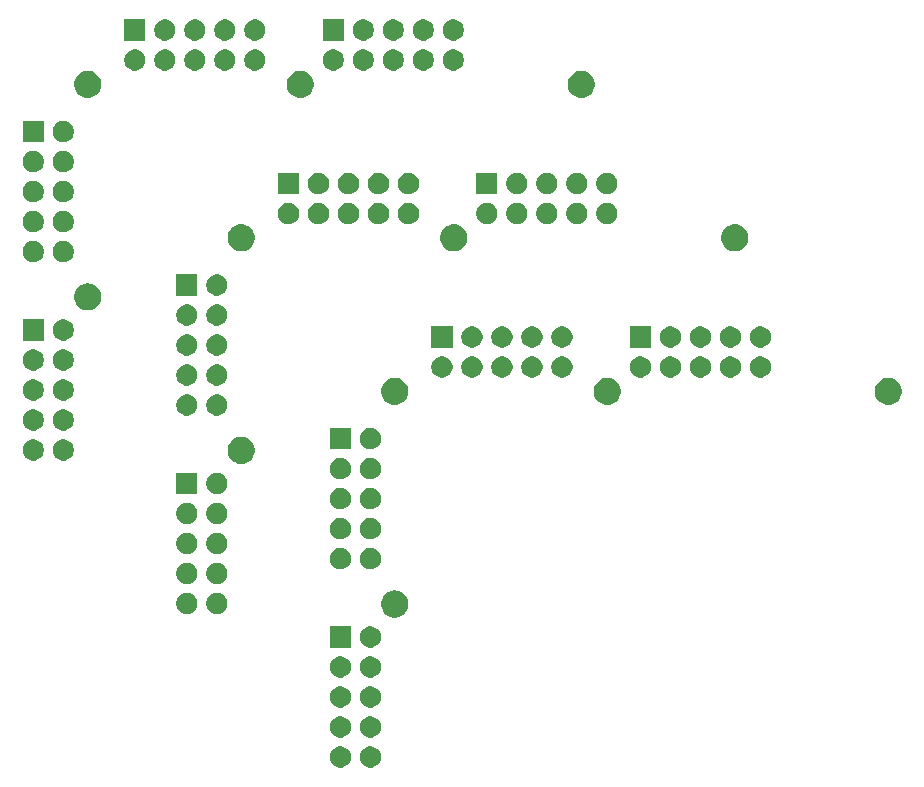
<source format=gbs>
%MOIN*%
%OFA0B0*%
%FSLAX46Y46*%
%IPPOS*%
%LPD*%
%ADD10C,0.0039370078740157488*%
%ADD21C,0.0039370078740157488*%
%ADD22C,0.0039370078740157488*%
D10*
G36*
X0000059587Y0002517168D02*
G01*
X0000065465Y0002515999D01*
X0000071920Y0002513325D01*
X0000077730Y0002509443D01*
X0000082671Y0002504502D01*
X0000086553Y0002498692D01*
X0000089227Y0002492236D01*
X0000090590Y0002485383D01*
X0000090590Y0002478396D01*
X0000089227Y0002471542D01*
X0000086553Y0002465087D01*
X0000082671Y0002459277D01*
X0000077730Y0002454336D01*
X0000071920Y0002450454D01*
X0000065465Y0002447780D01*
X0000059587Y0002446611D01*
X0000058611Y0002446417D01*
X0000051624Y0002446417D01*
X0000050649Y0002446611D01*
X0000044771Y0002447780D01*
X0000038315Y0002450454D01*
X0000032505Y0002454336D01*
X0000027564Y0002459277D01*
X0000023682Y0002465087D01*
X0000021008Y0002471542D01*
X0000019645Y0002478396D01*
X0000019645Y0002485383D01*
X0000021008Y0002492236D01*
X0000023682Y0002498692D01*
X0000027564Y0002504502D01*
X0000032505Y0002509443D01*
X0000038315Y0002513325D01*
X0000044771Y0002515999D01*
X0000050649Y0002517168D01*
X0000051624Y0002517362D01*
X0000058611Y0002517362D01*
X0000059587Y0002517168D01*
G37*
G36*
X0000159587Y0002517168D02*
G01*
X0000165465Y0002515999D01*
X0000171920Y0002513325D01*
X0000177730Y0002509443D01*
X0000182671Y0002504502D01*
X0000186553Y0002498692D01*
X0000189227Y0002492236D01*
X0000190590Y0002485383D01*
X0000190590Y0002478396D01*
X0000189227Y0002471542D01*
X0000186553Y0002465087D01*
X0000182671Y0002459277D01*
X0000177730Y0002454336D01*
X0000171920Y0002450454D01*
X0000165465Y0002447780D01*
X0000159587Y0002446611D01*
X0000158611Y0002446417D01*
X0000151624Y0002446417D01*
X0000150649Y0002446611D01*
X0000144771Y0002447780D01*
X0000138315Y0002450454D01*
X0000132505Y0002454336D01*
X0000127564Y0002459277D01*
X0000123682Y0002465087D01*
X0000121008Y0002471542D01*
X0000119645Y0002478396D01*
X0000119645Y0002485383D01*
X0000121008Y0002492236D01*
X0000123682Y0002498692D01*
X0000127564Y0002504502D01*
X0000132505Y0002509443D01*
X0000138315Y0002513325D01*
X0000144771Y0002515999D01*
X0000150649Y0002517168D01*
X0000151624Y0002517362D01*
X0000158611Y0002517362D01*
X0000159587Y0002517168D01*
G37*
G36*
X0000159587Y0002617168D02*
G01*
X0000165465Y0002615999D01*
X0000171920Y0002613325D01*
X0000177730Y0002609443D01*
X0000182671Y0002604502D01*
X0000186553Y0002598692D01*
X0000189227Y0002592236D01*
X0000190590Y0002585383D01*
X0000190590Y0002578396D01*
X0000189227Y0002571542D01*
X0000186553Y0002565087D01*
X0000182671Y0002559277D01*
X0000177730Y0002554336D01*
X0000171920Y0002550454D01*
X0000165465Y0002547780D01*
X0000159587Y0002546611D01*
X0000158611Y0002546417D01*
X0000151624Y0002546417D01*
X0000150649Y0002546611D01*
X0000144771Y0002547780D01*
X0000138315Y0002550454D01*
X0000132505Y0002554336D01*
X0000127564Y0002559277D01*
X0000123682Y0002565087D01*
X0000121008Y0002571542D01*
X0000119645Y0002578396D01*
X0000119645Y0002585383D01*
X0000121008Y0002592236D01*
X0000123682Y0002598692D01*
X0000127564Y0002604502D01*
X0000132505Y0002609443D01*
X0000138315Y0002613325D01*
X0000144771Y0002615999D01*
X0000150649Y0002617168D01*
X0000151624Y0002617362D01*
X0000158611Y0002617362D01*
X0000159587Y0002617168D01*
G37*
G36*
X0000059587Y0002617168D02*
G01*
X0000065465Y0002615999D01*
X0000071920Y0002613325D01*
X0000077730Y0002609443D01*
X0000082671Y0002604502D01*
X0000086553Y0002598692D01*
X0000089227Y0002592236D01*
X0000090590Y0002585383D01*
X0000090590Y0002578396D01*
X0000089227Y0002571542D01*
X0000086553Y0002565087D01*
X0000082671Y0002559277D01*
X0000077730Y0002554336D01*
X0000071920Y0002550454D01*
X0000065465Y0002547780D01*
X0000059587Y0002546611D01*
X0000058611Y0002546417D01*
X0000051624Y0002546417D01*
X0000050649Y0002546611D01*
X0000044771Y0002547780D01*
X0000038315Y0002550454D01*
X0000032505Y0002554336D01*
X0000027564Y0002559277D01*
X0000023682Y0002565087D01*
X0000021008Y0002571542D01*
X0000019645Y0002578396D01*
X0000019645Y0002585383D01*
X0000021008Y0002592236D01*
X0000023682Y0002598692D01*
X0000027564Y0002604502D01*
X0000032505Y0002609443D01*
X0000038315Y0002613325D01*
X0000044771Y0002615999D01*
X0000050649Y0002617168D01*
X0000051624Y0002617362D01*
X0000058611Y0002617362D01*
X0000059587Y0002617168D01*
G37*
G36*
X0000159587Y0002717168D02*
G01*
X0000165465Y0002715999D01*
X0000171920Y0002713324D01*
X0000177730Y0002709443D01*
X0000182671Y0002704502D01*
X0000186553Y0002698692D01*
X0000189227Y0002692236D01*
X0000190590Y0002685383D01*
X0000190590Y0002678396D01*
X0000189227Y0002671542D01*
X0000186553Y0002665087D01*
X0000182671Y0002659277D01*
X0000177730Y0002654336D01*
X0000171920Y0002650454D01*
X0000165465Y0002647780D01*
X0000159587Y0002646611D01*
X0000158611Y0002646417D01*
X0000151624Y0002646417D01*
X0000150649Y0002646611D01*
X0000144771Y0002647780D01*
X0000138315Y0002650454D01*
X0000132505Y0002654336D01*
X0000127564Y0002659277D01*
X0000123682Y0002665087D01*
X0000121008Y0002671542D01*
X0000119645Y0002678396D01*
X0000119645Y0002685383D01*
X0000121008Y0002692236D01*
X0000123682Y0002698692D01*
X0000127564Y0002704502D01*
X0000132505Y0002709443D01*
X0000138315Y0002713324D01*
X0000144771Y0002715999D01*
X0000150649Y0002717168D01*
X0000151624Y0002717362D01*
X0000158611Y0002717362D01*
X0000159587Y0002717168D01*
G37*
G36*
X0000059587Y0002717168D02*
G01*
X0000065465Y0002715999D01*
X0000071920Y0002713324D01*
X0000077730Y0002709443D01*
X0000082671Y0002704502D01*
X0000086553Y0002698692D01*
X0000089227Y0002692236D01*
X0000090590Y0002685383D01*
X0000090590Y0002678396D01*
X0000089227Y0002671542D01*
X0000086553Y0002665087D01*
X0000082671Y0002659277D01*
X0000077730Y0002654336D01*
X0000071920Y0002650454D01*
X0000065465Y0002647780D01*
X0000059587Y0002646611D01*
X0000058611Y0002646417D01*
X0000051624Y0002646417D01*
X0000050649Y0002646611D01*
X0000044771Y0002647780D01*
X0000038315Y0002650454D01*
X0000032505Y0002654336D01*
X0000027564Y0002659277D01*
X0000023682Y0002665087D01*
X0000021008Y0002671542D01*
X0000019645Y0002678396D01*
X0000019645Y0002685383D01*
X0000021008Y0002692236D01*
X0000023682Y0002698692D01*
X0000027564Y0002704502D01*
X0000032505Y0002709443D01*
X0000038315Y0002713324D01*
X0000044771Y0002715999D01*
X0000050649Y0002717168D01*
X0000051624Y0002717362D01*
X0000058611Y0002717362D01*
X0000059587Y0002717168D01*
G37*
G36*
X0000059587Y0002817168D02*
G01*
X0000065465Y0002815999D01*
X0000071920Y0002813325D01*
X0000077730Y0002809443D01*
X0000082671Y0002804502D01*
X0000086553Y0002798692D01*
X0000089227Y0002792236D01*
X0000090590Y0002785383D01*
X0000090590Y0002778396D01*
X0000089227Y0002771542D01*
X0000086553Y0002765087D01*
X0000082671Y0002759277D01*
X0000077730Y0002754336D01*
X0000071920Y0002750454D01*
X0000065465Y0002747780D01*
X0000059587Y0002746611D01*
X0000058611Y0002746417D01*
X0000051624Y0002746417D01*
X0000050649Y0002746611D01*
X0000044771Y0002747780D01*
X0000038315Y0002750454D01*
X0000032505Y0002754336D01*
X0000027564Y0002759277D01*
X0000023682Y0002765087D01*
X0000021008Y0002771542D01*
X0000019645Y0002778396D01*
X0000019645Y0002785383D01*
X0000021008Y0002792236D01*
X0000023682Y0002798692D01*
X0000027564Y0002804502D01*
X0000032505Y0002809443D01*
X0000038315Y0002813325D01*
X0000044771Y0002815999D01*
X0000050649Y0002817168D01*
X0000051624Y0002817362D01*
X0000058611Y0002817362D01*
X0000059587Y0002817168D01*
G37*
G36*
X0000159587Y0002817168D02*
G01*
X0000165465Y0002815999D01*
X0000171920Y0002813325D01*
X0000177730Y0002809443D01*
X0000182671Y0002804502D01*
X0000186553Y0002798692D01*
X0000189227Y0002792236D01*
X0000190590Y0002785383D01*
X0000190590Y0002778396D01*
X0000189227Y0002771542D01*
X0000186553Y0002765087D01*
X0000182671Y0002759277D01*
X0000177730Y0002754336D01*
X0000171920Y0002750454D01*
X0000165465Y0002747780D01*
X0000159587Y0002746611D01*
X0000158611Y0002746417D01*
X0000151624Y0002746417D01*
X0000150649Y0002746611D01*
X0000144771Y0002747780D01*
X0000138315Y0002750454D01*
X0000132505Y0002754336D01*
X0000127564Y0002759277D01*
X0000123682Y0002765087D01*
X0000121008Y0002771542D01*
X0000119645Y0002778396D01*
X0000119645Y0002785383D01*
X0000121008Y0002792236D01*
X0000123682Y0002798692D01*
X0000127564Y0002804502D01*
X0000132505Y0002809443D01*
X0000138315Y0002813325D01*
X0000144771Y0002815999D01*
X0000150649Y0002817168D01*
X0000151624Y0002817362D01*
X0000158611Y0002817362D01*
X0000159587Y0002817168D01*
G37*
G36*
X0000090590Y0002846417D02*
G01*
X0000019645Y0002846417D01*
X0000019645Y0002917362D01*
X0000090590Y0002917362D01*
X0000090590Y0002846417D01*
G37*
G36*
X0000159587Y0002917168D02*
G01*
X0000165465Y0002915999D01*
X0000171920Y0002913325D01*
X0000177730Y0002909443D01*
X0000182671Y0002904502D01*
X0000186553Y0002898692D01*
X0000189227Y0002892236D01*
X0000190590Y0002885383D01*
X0000190590Y0002878396D01*
X0000189227Y0002871542D01*
X0000186553Y0002865087D01*
X0000182671Y0002859277D01*
X0000177730Y0002854336D01*
X0000171920Y0002850454D01*
X0000165465Y0002847780D01*
X0000159587Y0002846611D01*
X0000158611Y0002846417D01*
X0000151624Y0002846417D01*
X0000150649Y0002846611D01*
X0000144771Y0002847780D01*
X0000138315Y0002850454D01*
X0000132505Y0002854336D01*
X0000127564Y0002859277D01*
X0000123682Y0002865087D01*
X0000121008Y0002871542D01*
X0000119645Y0002878396D01*
X0000119645Y0002885383D01*
X0000121008Y0002892236D01*
X0000123682Y0002898692D01*
X0000127564Y0002904502D01*
X0000132505Y0002909443D01*
X0000138315Y0002913325D01*
X0000144771Y0002915999D01*
X0000150649Y0002917168D01*
X0000151624Y0002917362D01*
X0000158611Y0002917362D01*
X0000159587Y0002917168D01*
G37*
G36*
X0000245060Y0003036570D02*
G01*
X0000249438Y0003035699D01*
X0000257685Y0003032283D01*
X0000265107Y0003027324D01*
X0000271418Y0003021012D01*
X0000276378Y0003013590D01*
X0000279794Y0003005343D01*
X0000281535Y0002996589D01*
X0000281535Y0002987662D01*
X0000279794Y0002978908D01*
X0000276378Y0002970661D01*
X0000271418Y0002963239D01*
X0000265107Y0002956927D01*
X0000257685Y0002951968D01*
X0000249438Y0002948552D01*
X0000245060Y0002947681D01*
X0000240683Y0002946811D01*
X0000231757Y0002946811D01*
X0000227379Y0002947681D01*
X0000223002Y0002948552D01*
X0000214755Y0002951968D01*
X0000207333Y0002956927D01*
X0000201022Y0002963239D01*
X0000196062Y0002970661D01*
X0000192646Y0002978908D01*
X0000190905Y0002987662D01*
X0000190905Y0002996589D01*
X0000192646Y0003005343D01*
X0000196062Y0003013590D01*
X0000201022Y0003021012D01*
X0000207333Y0003027324D01*
X0000214755Y0003032283D01*
X0000223002Y0003035699D01*
X0000227379Y0003036570D01*
X0000231757Y0003037440D01*
X0000240683Y0003037440D01*
X0000245060Y0003036570D01*
G37*
G36*
X0000059587Y0003178585D02*
G01*
X0000065465Y0003177416D01*
X0000071920Y0003174742D01*
X0000077730Y0003170860D01*
X0000082671Y0003165919D01*
X0000086553Y0003160109D01*
X0000089227Y0003153654D01*
X0000090590Y0003146800D01*
X0000090590Y0003139813D01*
X0000089227Y0003132960D01*
X0000086553Y0003126504D01*
X0000082671Y0003120694D01*
X0000077730Y0003115753D01*
X0000071920Y0003111871D01*
X0000065465Y0003109197D01*
X0000059587Y0003108028D01*
X0000058611Y0003107834D01*
X0000051624Y0003107834D01*
X0000050649Y0003108028D01*
X0000044771Y0003109197D01*
X0000038315Y0003111871D01*
X0000032505Y0003115753D01*
X0000027564Y0003120694D01*
X0000023682Y0003126504D01*
X0000021008Y0003132960D01*
X0000019645Y0003139813D01*
X0000019645Y0003146800D01*
X0000021008Y0003153654D01*
X0000023682Y0003160109D01*
X0000027564Y0003165919D01*
X0000032505Y0003170860D01*
X0000038315Y0003174742D01*
X0000044771Y0003177416D01*
X0000050649Y0003178585D01*
X0000051624Y0003178779D01*
X0000058611Y0003178779D01*
X0000059587Y0003178585D01*
G37*
G36*
X0000159587Y0003178585D02*
G01*
X0000165465Y0003177416D01*
X0000171920Y0003174742D01*
X0000177730Y0003170860D01*
X0000182671Y0003165919D01*
X0000186553Y0003160109D01*
X0000189227Y0003153654D01*
X0000190590Y0003146800D01*
X0000190590Y0003139813D01*
X0000189227Y0003132960D01*
X0000186553Y0003126504D01*
X0000182671Y0003120694D01*
X0000177730Y0003115753D01*
X0000171920Y0003111871D01*
X0000165465Y0003109197D01*
X0000159587Y0003108028D01*
X0000158611Y0003107834D01*
X0000151624Y0003107834D01*
X0000150649Y0003108028D01*
X0000144771Y0003109197D01*
X0000138315Y0003111871D01*
X0000132505Y0003115753D01*
X0000127564Y0003120694D01*
X0000123682Y0003126504D01*
X0000121008Y0003132960D01*
X0000119645Y0003139813D01*
X0000119645Y0003146800D01*
X0000121008Y0003153654D01*
X0000123682Y0003160109D01*
X0000127564Y0003165919D01*
X0000132505Y0003170860D01*
X0000138315Y0003174742D01*
X0000144771Y0003177416D01*
X0000150649Y0003178585D01*
X0000151624Y0003178779D01*
X0000158611Y0003178779D01*
X0000159587Y0003178585D01*
G37*
G36*
X0000059587Y0003278585D02*
G01*
X0000065465Y0003277416D01*
X0000071920Y0003274742D01*
X0000077730Y0003270860D01*
X0000082671Y0003265919D01*
X0000086553Y0003260109D01*
X0000089227Y0003253653D01*
X0000090590Y0003246800D01*
X0000090590Y0003239813D01*
X0000089227Y0003232960D01*
X0000086553Y0003226504D01*
X0000082671Y0003220694D01*
X0000077730Y0003215753D01*
X0000071920Y0003211871D01*
X0000065465Y0003209197D01*
X0000059587Y0003208028D01*
X0000058611Y0003207834D01*
X0000051624Y0003207834D01*
X0000050649Y0003208028D01*
X0000044771Y0003209197D01*
X0000038315Y0003211871D01*
X0000032505Y0003215753D01*
X0000027564Y0003220694D01*
X0000023682Y0003226504D01*
X0000021008Y0003232960D01*
X0000019645Y0003239813D01*
X0000019645Y0003246800D01*
X0000021008Y0003253653D01*
X0000023682Y0003260109D01*
X0000027564Y0003265919D01*
X0000032505Y0003270860D01*
X0000038315Y0003274742D01*
X0000044771Y0003277416D01*
X0000050649Y0003278585D01*
X0000051624Y0003278779D01*
X0000058611Y0003278779D01*
X0000059587Y0003278585D01*
G37*
G36*
X0000159587Y0003278585D02*
G01*
X0000165465Y0003277416D01*
X0000171920Y0003274742D01*
X0000177730Y0003270860D01*
X0000182671Y0003265919D01*
X0000186553Y0003260109D01*
X0000189227Y0003253653D01*
X0000190590Y0003246800D01*
X0000190590Y0003239813D01*
X0000189227Y0003232960D01*
X0000186553Y0003226504D01*
X0000182671Y0003220694D01*
X0000177730Y0003215753D01*
X0000171920Y0003211871D01*
X0000165465Y0003209197D01*
X0000159587Y0003208028D01*
X0000158611Y0003207834D01*
X0000151624Y0003207834D01*
X0000150649Y0003208028D01*
X0000144771Y0003209197D01*
X0000138315Y0003211871D01*
X0000132505Y0003215753D01*
X0000127564Y0003220694D01*
X0000123682Y0003226504D01*
X0000121008Y0003232960D01*
X0000119645Y0003239813D01*
X0000119645Y0003246800D01*
X0000121008Y0003253653D01*
X0000123682Y0003260109D01*
X0000127564Y0003265919D01*
X0000132505Y0003270860D01*
X0000138315Y0003274742D01*
X0000144771Y0003277416D01*
X0000150649Y0003278585D01*
X0000151624Y0003278779D01*
X0000158611Y0003278779D01*
X0000159587Y0003278585D01*
G37*
G36*
X0000059587Y0003378585D02*
G01*
X0000065465Y0003377416D01*
X0000071920Y0003374742D01*
X0000077730Y0003370860D01*
X0000082671Y0003365919D01*
X0000086553Y0003360109D01*
X0000089227Y0003353654D01*
X0000090590Y0003346800D01*
X0000090590Y0003339813D01*
X0000089227Y0003332960D01*
X0000086553Y0003326504D01*
X0000082671Y0003320694D01*
X0000077730Y0003315753D01*
X0000071920Y0003311871D01*
X0000065465Y0003309197D01*
X0000059587Y0003308028D01*
X0000058611Y0003307834D01*
X0000051624Y0003307834D01*
X0000050649Y0003308028D01*
X0000044771Y0003309197D01*
X0000038315Y0003311871D01*
X0000032505Y0003315753D01*
X0000027564Y0003320694D01*
X0000023682Y0003326504D01*
X0000021008Y0003332960D01*
X0000019645Y0003339813D01*
X0000019645Y0003346800D01*
X0000021008Y0003353654D01*
X0000023682Y0003360109D01*
X0000027564Y0003365919D01*
X0000032505Y0003370860D01*
X0000038315Y0003374742D01*
X0000044771Y0003377416D01*
X0000050649Y0003378585D01*
X0000051624Y0003378779D01*
X0000058611Y0003378779D01*
X0000059587Y0003378585D01*
G37*
G36*
X0000159587Y0003378585D02*
G01*
X0000165465Y0003377416D01*
X0000171920Y0003374742D01*
X0000177730Y0003370860D01*
X0000182671Y0003365919D01*
X0000186553Y0003360109D01*
X0000189227Y0003353654D01*
X0000190590Y0003346800D01*
X0000190590Y0003339813D01*
X0000189227Y0003332960D01*
X0000186553Y0003326504D01*
X0000182671Y0003320694D01*
X0000177730Y0003315753D01*
X0000171920Y0003311871D01*
X0000165465Y0003309197D01*
X0000159587Y0003308028D01*
X0000158611Y0003307834D01*
X0000151624Y0003307834D01*
X0000150649Y0003308028D01*
X0000144771Y0003309197D01*
X0000138315Y0003311871D01*
X0000132505Y0003315753D01*
X0000127564Y0003320694D01*
X0000123682Y0003326504D01*
X0000121008Y0003332960D01*
X0000119645Y0003339813D01*
X0000119645Y0003346800D01*
X0000121008Y0003353654D01*
X0000123682Y0003360109D01*
X0000127564Y0003365919D01*
X0000132505Y0003370860D01*
X0000138315Y0003374742D01*
X0000144771Y0003377416D01*
X0000150649Y0003378585D01*
X0000151624Y0003378779D01*
X0000158611Y0003378779D01*
X0000159587Y0003378585D01*
G37*
G36*
X0000159587Y0003478585D02*
G01*
X0000165465Y0003477416D01*
X0000171920Y0003474742D01*
X0000177730Y0003470860D01*
X0000182671Y0003465919D01*
X0000186553Y0003460109D01*
X0000189227Y0003453654D01*
X0000190590Y0003446800D01*
X0000190590Y0003439813D01*
X0000189227Y0003432960D01*
X0000186553Y0003426504D01*
X0000182671Y0003420694D01*
X0000177730Y0003415753D01*
X0000171920Y0003411871D01*
X0000165465Y0003409197D01*
X0000159587Y0003408028D01*
X0000158611Y0003407834D01*
X0000151624Y0003407834D01*
X0000150649Y0003408028D01*
X0000144771Y0003409197D01*
X0000138315Y0003411871D01*
X0000132505Y0003415753D01*
X0000127564Y0003420694D01*
X0000123682Y0003426504D01*
X0000121008Y0003432960D01*
X0000119645Y0003439813D01*
X0000119645Y0003446800D01*
X0000121008Y0003453654D01*
X0000123682Y0003460109D01*
X0000127564Y0003465919D01*
X0000132505Y0003470860D01*
X0000138315Y0003474742D01*
X0000144771Y0003477416D01*
X0000150649Y0003478585D01*
X0000151624Y0003478779D01*
X0000158611Y0003478779D01*
X0000159587Y0003478585D01*
G37*
G36*
X0000059587Y0003478585D02*
G01*
X0000065465Y0003477416D01*
X0000071920Y0003474742D01*
X0000077730Y0003470860D01*
X0000082671Y0003465919D01*
X0000086553Y0003460109D01*
X0000089227Y0003453654D01*
X0000090590Y0003446800D01*
X0000090590Y0003439813D01*
X0000089227Y0003432960D01*
X0000086553Y0003426504D01*
X0000082671Y0003420694D01*
X0000077730Y0003415753D01*
X0000071920Y0003411871D01*
X0000065465Y0003409197D01*
X0000059587Y0003408028D01*
X0000058611Y0003407834D01*
X0000051624Y0003407834D01*
X0000050649Y0003408028D01*
X0000044771Y0003409197D01*
X0000038315Y0003411871D01*
X0000032505Y0003415753D01*
X0000027564Y0003420694D01*
X0000023682Y0003426504D01*
X0000021008Y0003432960D01*
X0000019645Y0003439813D01*
X0000019645Y0003446800D01*
X0000021008Y0003453654D01*
X0000023682Y0003460109D01*
X0000027564Y0003465919D01*
X0000032505Y0003470860D01*
X0000038315Y0003474742D01*
X0000044771Y0003477416D01*
X0000050649Y0003478585D01*
X0000051624Y0003478779D01*
X0000058611Y0003478779D01*
X0000059587Y0003478585D01*
G37*
G36*
X0000159587Y0003578585D02*
G01*
X0000165465Y0003577416D01*
X0000171920Y0003574742D01*
X0000177730Y0003570860D01*
X0000182671Y0003565919D01*
X0000186553Y0003560109D01*
X0000189227Y0003553654D01*
X0000190590Y0003546800D01*
X0000190590Y0003539813D01*
X0000189227Y0003532960D01*
X0000186553Y0003526504D01*
X0000182671Y0003520694D01*
X0000177730Y0003515753D01*
X0000171920Y0003511871D01*
X0000165465Y0003509197D01*
X0000159587Y0003508028D01*
X0000158611Y0003507834D01*
X0000151624Y0003507834D01*
X0000150649Y0003508028D01*
X0000144771Y0003509197D01*
X0000138315Y0003511871D01*
X0000132505Y0003515753D01*
X0000127564Y0003520694D01*
X0000123682Y0003526504D01*
X0000121008Y0003532960D01*
X0000119645Y0003539813D01*
X0000119645Y0003546800D01*
X0000121008Y0003553654D01*
X0000123682Y0003560109D01*
X0000127564Y0003565919D01*
X0000132505Y0003570860D01*
X0000138315Y0003574742D01*
X0000144771Y0003577416D01*
X0000150649Y0003578585D01*
X0000151624Y0003578779D01*
X0000158611Y0003578779D01*
X0000159587Y0003578585D01*
G37*
G36*
X0000090590Y0003507834D02*
G01*
X0000019645Y0003507834D01*
X0000019645Y0003578779D01*
X0000090590Y0003578779D01*
X0000090590Y0003507834D01*
G37*
G36*
X0001890730Y0003745231D02*
G01*
X0001895107Y0003744360D01*
X0001903354Y0003740945D01*
X0001910776Y0003735985D01*
X0001917088Y0003729674D01*
X0001922047Y0003722252D01*
X0001925463Y0003714005D01*
X0001927204Y0003705250D01*
X0001927204Y0003696324D01*
X0001925463Y0003687569D01*
X0001922047Y0003679322D01*
X0001917088Y0003671900D01*
X0001910776Y0003665588D01*
X0001903354Y0003660629D01*
X0001895107Y0003657213D01*
X0001890730Y0003656343D01*
X0001886352Y0003655472D01*
X0001877426Y0003655472D01*
X0001873049Y0003656343D01*
X0001868671Y0003657213D01*
X0001860425Y0003660629D01*
X0001853003Y0003665588D01*
X0001846691Y0003671900D01*
X0001841732Y0003679322D01*
X0001838316Y0003687569D01*
X0001836574Y0003696324D01*
X0001836574Y0003705250D01*
X0001838316Y0003714005D01*
X0001841732Y0003722252D01*
X0001846691Y0003729674D01*
X0001853003Y0003735985D01*
X0001860425Y0003740945D01*
X0001868671Y0003744360D01*
X0001873049Y0003745231D01*
X0001877426Y0003746102D01*
X0001886352Y0003746102D01*
X0001890730Y0003745231D01*
G37*
G36*
X0000245060Y0003745231D02*
G01*
X0000249438Y0003744360D01*
X0000257685Y0003740945D01*
X0000265107Y0003735985D01*
X0000271418Y0003729674D01*
X0000276378Y0003722252D01*
X0000279794Y0003714005D01*
X0000281535Y0003705250D01*
X0000281535Y0003696324D01*
X0000279794Y0003687569D01*
X0000276378Y0003679322D01*
X0000271418Y0003671900D01*
X0000265107Y0003665588D01*
X0000257685Y0003660629D01*
X0000249438Y0003657213D01*
X0000245060Y0003656343D01*
X0000240683Y0003655472D01*
X0000231757Y0003655472D01*
X0000227379Y0003656343D01*
X0000223002Y0003657213D01*
X0000214755Y0003660629D01*
X0000207333Y0003665588D01*
X0000201022Y0003671900D01*
X0000196062Y0003679322D01*
X0000192646Y0003687569D01*
X0000190905Y0003696324D01*
X0000190905Y0003705250D01*
X0000192646Y0003714005D01*
X0000196062Y0003722252D01*
X0000201022Y0003729674D01*
X0000207333Y0003735985D01*
X0000214755Y0003740945D01*
X0000223002Y0003744360D01*
X0000227379Y0003745231D01*
X0000231757Y0003746102D01*
X0000240683Y0003746102D01*
X0000245060Y0003745231D01*
G37*
G36*
X0000953722Y0003745231D02*
G01*
X0000958099Y0003744360D01*
X0000966346Y0003740945D01*
X0000973768Y0003735985D01*
X0000980080Y0003729674D01*
X0000985039Y0003722252D01*
X0000988455Y0003714005D01*
X0000990196Y0003705250D01*
X0000990196Y0003696324D01*
X0000988455Y0003687569D01*
X0000985039Y0003679322D01*
X0000980080Y0003671900D01*
X0000973768Y0003665588D01*
X0000966346Y0003660629D01*
X0000958099Y0003657213D01*
X0000953722Y0003656343D01*
X0000949345Y0003655472D01*
X0000940418Y0003655472D01*
X0000936041Y0003656343D01*
X0000931664Y0003657213D01*
X0000923417Y0003660629D01*
X0000915995Y0003665588D01*
X0000909683Y0003671900D01*
X0000904724Y0003679322D01*
X0000901308Y0003687569D01*
X0000899566Y0003696324D01*
X0000899566Y0003705250D01*
X0000901308Y0003714005D01*
X0000904724Y0003722252D01*
X0000909683Y0003729674D01*
X0000915995Y0003735985D01*
X0000923417Y0003740945D01*
X0000931664Y0003744360D01*
X0000936041Y0003745231D01*
X0000940418Y0003746102D01*
X0000949345Y0003746102D01*
X0000953722Y0003745231D01*
G37*
G36*
X0000798169Y0003817168D02*
G01*
X0000804047Y0003815999D01*
X0000810503Y0003813325D01*
X0000816313Y0003809443D01*
X0000821254Y0003804502D01*
X0000825136Y0003798692D01*
X0000827810Y0003792236D01*
X0000829173Y0003785383D01*
X0000829173Y0003778396D01*
X0000827810Y0003771542D01*
X0000825136Y0003765087D01*
X0000821254Y0003759277D01*
X0000816313Y0003754336D01*
X0000810503Y0003750454D01*
X0000804047Y0003747780D01*
X0000798169Y0003746611D01*
X0000797194Y0003746417D01*
X0000790207Y0003746417D01*
X0000789231Y0003746611D01*
X0000783353Y0003747780D01*
X0000776898Y0003750454D01*
X0000771088Y0003754336D01*
X0000766147Y0003759277D01*
X0000762265Y0003765087D01*
X0000759591Y0003771542D01*
X0000758228Y0003778396D01*
X0000758228Y0003785383D01*
X0000759591Y0003792236D01*
X0000762265Y0003798692D01*
X0000766147Y0003804502D01*
X0000771088Y0003809443D01*
X0000776898Y0003813325D01*
X0000783353Y0003815999D01*
X0000789231Y0003817168D01*
X0000790207Y0003817362D01*
X0000797194Y0003817362D01*
X0000798169Y0003817168D01*
G37*
G36*
X0000398169Y0003817168D02*
G01*
X0000404047Y0003815999D01*
X0000410503Y0003813325D01*
X0000416313Y0003809443D01*
X0000421254Y0003804502D01*
X0000425136Y0003798692D01*
X0000427810Y0003792236D01*
X0000429173Y0003785383D01*
X0000429173Y0003778396D01*
X0000427810Y0003771542D01*
X0000425136Y0003765087D01*
X0000421254Y0003759277D01*
X0000416313Y0003754336D01*
X0000410503Y0003750454D01*
X0000404047Y0003747780D01*
X0000398169Y0003746611D01*
X0000397194Y0003746417D01*
X0000390207Y0003746417D01*
X0000389231Y0003746611D01*
X0000383353Y0003747780D01*
X0000376898Y0003750454D01*
X0000371088Y0003754336D01*
X0000366147Y0003759277D01*
X0000362265Y0003765087D01*
X0000359591Y0003771542D01*
X0000358228Y0003778396D01*
X0000358228Y0003785383D01*
X0000359591Y0003792236D01*
X0000362265Y0003798692D01*
X0000366147Y0003804502D01*
X0000371088Y0003809443D01*
X0000376898Y0003813325D01*
X0000383353Y0003815999D01*
X0000389231Y0003817168D01*
X0000390207Y0003817362D01*
X0000397194Y0003817362D01*
X0000398169Y0003817168D01*
G37*
G36*
X0000498169Y0003817168D02*
G01*
X0000504047Y0003815999D01*
X0000510503Y0003813325D01*
X0000516313Y0003809443D01*
X0000521254Y0003804502D01*
X0000525136Y0003798692D01*
X0000527810Y0003792236D01*
X0000529173Y0003785383D01*
X0000529173Y0003778396D01*
X0000527810Y0003771542D01*
X0000525136Y0003765087D01*
X0000521254Y0003759277D01*
X0000516313Y0003754336D01*
X0000510503Y0003750454D01*
X0000504047Y0003747780D01*
X0000498169Y0003746611D01*
X0000497194Y0003746417D01*
X0000490207Y0003746417D01*
X0000489231Y0003746611D01*
X0000483353Y0003747780D01*
X0000476898Y0003750454D01*
X0000471088Y0003754336D01*
X0000466147Y0003759277D01*
X0000462265Y0003765087D01*
X0000459591Y0003771542D01*
X0000458228Y0003778396D01*
X0000458228Y0003785383D01*
X0000459591Y0003792236D01*
X0000462265Y0003798692D01*
X0000466147Y0003804502D01*
X0000471088Y0003809443D01*
X0000476898Y0003813325D01*
X0000483353Y0003815999D01*
X0000489231Y0003817168D01*
X0000490207Y0003817362D01*
X0000497194Y0003817362D01*
X0000498169Y0003817168D01*
G37*
G36*
X0001059587Y0003817168D02*
G01*
X0001065465Y0003815999D01*
X0001071920Y0003813325D01*
X0001077730Y0003809443D01*
X0001082671Y0003804502D01*
X0001086553Y0003798692D01*
X0001089227Y0003792236D01*
X0001090590Y0003785383D01*
X0001090590Y0003778396D01*
X0001089227Y0003771542D01*
X0001086553Y0003765087D01*
X0001082671Y0003759277D01*
X0001077730Y0003754336D01*
X0001071920Y0003750454D01*
X0001065465Y0003747780D01*
X0001059587Y0003746611D01*
X0001058611Y0003746417D01*
X0001051624Y0003746417D01*
X0001050649Y0003746611D01*
X0001044771Y0003747780D01*
X0001038315Y0003750454D01*
X0001032505Y0003754336D01*
X0001027564Y0003759277D01*
X0001023682Y0003765087D01*
X0001021008Y0003771542D01*
X0001019645Y0003778396D01*
X0001019645Y0003785383D01*
X0001021008Y0003792236D01*
X0001023682Y0003798692D01*
X0001027564Y0003804502D01*
X0001032505Y0003809443D01*
X0001038315Y0003813325D01*
X0001044771Y0003815999D01*
X0001050649Y0003817168D01*
X0001051624Y0003817362D01*
X0001058611Y0003817362D01*
X0001059587Y0003817168D01*
G37*
G36*
X0001259587Y0003817168D02*
G01*
X0001265465Y0003815999D01*
X0001271920Y0003813325D01*
X0001277730Y0003809443D01*
X0001282671Y0003804502D01*
X0001286553Y0003798692D01*
X0001289227Y0003792236D01*
X0001290590Y0003785383D01*
X0001290590Y0003778396D01*
X0001289227Y0003771542D01*
X0001286553Y0003765087D01*
X0001282671Y0003759277D01*
X0001277730Y0003754336D01*
X0001271920Y0003750454D01*
X0001265465Y0003747780D01*
X0001259587Y0003746611D01*
X0001258611Y0003746417D01*
X0001251624Y0003746417D01*
X0001250649Y0003746611D01*
X0001244771Y0003747780D01*
X0001238315Y0003750454D01*
X0001232505Y0003754336D01*
X0001227564Y0003759277D01*
X0001223682Y0003765087D01*
X0001221008Y0003771542D01*
X0001219645Y0003778396D01*
X0001219645Y0003785383D01*
X0001221008Y0003792236D01*
X0001223682Y0003798692D01*
X0001227564Y0003804502D01*
X0001232505Y0003809443D01*
X0001238315Y0003813325D01*
X0001244771Y0003815999D01*
X0001250649Y0003817168D01*
X0001251624Y0003817362D01*
X0001258611Y0003817362D01*
X0001259587Y0003817168D01*
G37*
G36*
X0001359587Y0003817168D02*
G01*
X0001365465Y0003815999D01*
X0001371920Y0003813325D01*
X0001377730Y0003809443D01*
X0001382671Y0003804502D01*
X0001386553Y0003798692D01*
X0001389227Y0003792236D01*
X0001390590Y0003785383D01*
X0001390590Y0003778396D01*
X0001389227Y0003771542D01*
X0001386553Y0003765087D01*
X0001382671Y0003759277D01*
X0001377730Y0003754336D01*
X0001371920Y0003750454D01*
X0001365465Y0003747780D01*
X0001359587Y0003746611D01*
X0001358611Y0003746417D01*
X0001351624Y0003746417D01*
X0001350649Y0003746611D01*
X0001344771Y0003747780D01*
X0001338315Y0003750454D01*
X0001332505Y0003754336D01*
X0001327564Y0003759277D01*
X0001323682Y0003765087D01*
X0001321008Y0003771542D01*
X0001319645Y0003778396D01*
X0001319645Y0003785383D01*
X0001321008Y0003792236D01*
X0001323682Y0003798692D01*
X0001327564Y0003804502D01*
X0001332505Y0003809443D01*
X0001338315Y0003813325D01*
X0001344771Y0003815999D01*
X0001350649Y0003817168D01*
X0001351624Y0003817362D01*
X0001358611Y0003817362D01*
X0001359587Y0003817168D01*
G37*
G36*
X0001459587Y0003817168D02*
G01*
X0001465465Y0003815999D01*
X0001471920Y0003813325D01*
X0001477730Y0003809443D01*
X0001482671Y0003804502D01*
X0001486553Y0003798692D01*
X0001489227Y0003792236D01*
X0001490590Y0003785383D01*
X0001490590Y0003778396D01*
X0001489227Y0003771542D01*
X0001486553Y0003765087D01*
X0001482671Y0003759277D01*
X0001477730Y0003754336D01*
X0001471920Y0003750454D01*
X0001465465Y0003747780D01*
X0001459587Y0003746611D01*
X0001458611Y0003746417D01*
X0001451624Y0003746417D01*
X0001450649Y0003746611D01*
X0001444771Y0003747780D01*
X0001438315Y0003750454D01*
X0001432505Y0003754336D01*
X0001427564Y0003759277D01*
X0001423682Y0003765087D01*
X0001421008Y0003771542D01*
X0001419645Y0003778396D01*
X0001419645Y0003785383D01*
X0001421008Y0003792236D01*
X0001423682Y0003798692D01*
X0001427564Y0003804502D01*
X0001432505Y0003809443D01*
X0001438315Y0003813325D01*
X0001444771Y0003815999D01*
X0001450649Y0003817168D01*
X0001451624Y0003817362D01*
X0001458611Y0003817362D01*
X0001459587Y0003817168D01*
G37*
G36*
X0000598169Y0003817168D02*
G01*
X0000604047Y0003815999D01*
X0000610503Y0003813325D01*
X0000616313Y0003809443D01*
X0000621254Y0003804502D01*
X0000625136Y0003798692D01*
X0000627810Y0003792236D01*
X0000629173Y0003785383D01*
X0000629173Y0003778396D01*
X0000627810Y0003771542D01*
X0000625136Y0003765087D01*
X0000621254Y0003759277D01*
X0000616313Y0003754336D01*
X0000610503Y0003750454D01*
X0000604047Y0003747780D01*
X0000598169Y0003746611D01*
X0000597194Y0003746417D01*
X0000590207Y0003746417D01*
X0000589231Y0003746611D01*
X0000583353Y0003747780D01*
X0000576898Y0003750454D01*
X0000571088Y0003754336D01*
X0000566147Y0003759277D01*
X0000562265Y0003765087D01*
X0000559591Y0003771542D01*
X0000558228Y0003778396D01*
X0000558228Y0003785383D01*
X0000559591Y0003792236D01*
X0000562265Y0003798692D01*
X0000566147Y0003804502D01*
X0000571088Y0003809443D01*
X0000576898Y0003813325D01*
X0000583353Y0003815999D01*
X0000589231Y0003817168D01*
X0000590207Y0003817362D01*
X0000597194Y0003817362D01*
X0000598169Y0003817168D01*
G37*
G36*
X0001159587Y0003817168D02*
G01*
X0001165465Y0003815999D01*
X0001171920Y0003813325D01*
X0001177730Y0003809443D01*
X0001182671Y0003804502D01*
X0001186553Y0003798692D01*
X0001189227Y0003792236D01*
X0001190590Y0003785383D01*
X0001190590Y0003778396D01*
X0001189227Y0003771542D01*
X0001186553Y0003765087D01*
X0001182671Y0003759277D01*
X0001177730Y0003754336D01*
X0001171920Y0003750454D01*
X0001165465Y0003747780D01*
X0001159587Y0003746611D01*
X0001158611Y0003746417D01*
X0001151624Y0003746417D01*
X0001150649Y0003746611D01*
X0001144771Y0003747780D01*
X0001138315Y0003750454D01*
X0001132505Y0003754336D01*
X0001127564Y0003759277D01*
X0001123682Y0003765087D01*
X0001121008Y0003771542D01*
X0001119645Y0003778396D01*
X0001119645Y0003785383D01*
X0001121008Y0003792236D01*
X0001123682Y0003798692D01*
X0001127564Y0003804502D01*
X0001132505Y0003809443D01*
X0001138315Y0003813325D01*
X0001144771Y0003815999D01*
X0001150649Y0003817168D01*
X0001151624Y0003817362D01*
X0001158611Y0003817362D01*
X0001159587Y0003817168D01*
G37*
G36*
X0000698169Y0003817168D02*
G01*
X0000704047Y0003815999D01*
X0000710503Y0003813325D01*
X0000716313Y0003809443D01*
X0000721254Y0003804502D01*
X0000725136Y0003798692D01*
X0000727810Y0003792236D01*
X0000729173Y0003785383D01*
X0000729173Y0003778396D01*
X0000727810Y0003771542D01*
X0000725136Y0003765087D01*
X0000721254Y0003759277D01*
X0000716313Y0003754336D01*
X0000710503Y0003750454D01*
X0000704047Y0003747780D01*
X0000698169Y0003746611D01*
X0000697194Y0003746417D01*
X0000690207Y0003746417D01*
X0000689231Y0003746611D01*
X0000683353Y0003747780D01*
X0000676898Y0003750454D01*
X0000671088Y0003754336D01*
X0000666147Y0003759277D01*
X0000662265Y0003765087D01*
X0000659591Y0003771542D01*
X0000658228Y0003778396D01*
X0000658228Y0003785383D01*
X0000659591Y0003792236D01*
X0000662265Y0003798692D01*
X0000666147Y0003804502D01*
X0000671088Y0003809443D01*
X0000676898Y0003813325D01*
X0000683353Y0003815999D01*
X0000689231Y0003817168D01*
X0000690207Y0003817362D01*
X0000697194Y0003817362D01*
X0000698169Y0003817168D01*
G37*
G36*
X0001459587Y0003917168D02*
G01*
X0001465465Y0003915999D01*
X0001471920Y0003913325D01*
X0001477730Y0003909443D01*
X0001482671Y0003904502D01*
X0001486553Y0003898692D01*
X0001489227Y0003892236D01*
X0001490590Y0003885383D01*
X0001490590Y0003878396D01*
X0001489227Y0003871542D01*
X0001486553Y0003865087D01*
X0001482671Y0003859277D01*
X0001477730Y0003854336D01*
X0001471920Y0003850454D01*
X0001465465Y0003847780D01*
X0001459587Y0003846611D01*
X0001458611Y0003846417D01*
X0001451624Y0003846417D01*
X0001450649Y0003846611D01*
X0001444771Y0003847780D01*
X0001438315Y0003850454D01*
X0001432505Y0003854336D01*
X0001427564Y0003859277D01*
X0001423682Y0003865087D01*
X0001421008Y0003871542D01*
X0001419645Y0003878396D01*
X0001419645Y0003885383D01*
X0001421008Y0003892236D01*
X0001423682Y0003898692D01*
X0001427564Y0003904502D01*
X0001432505Y0003909443D01*
X0001438315Y0003913325D01*
X0001444771Y0003915999D01*
X0001450649Y0003917168D01*
X0001451624Y0003917362D01*
X0001458611Y0003917362D01*
X0001459587Y0003917168D01*
G37*
G36*
X0001359587Y0003917168D02*
G01*
X0001365465Y0003915999D01*
X0001371920Y0003913325D01*
X0001377730Y0003909443D01*
X0001382671Y0003904502D01*
X0001386553Y0003898692D01*
X0001389227Y0003892236D01*
X0001390590Y0003885383D01*
X0001390590Y0003878396D01*
X0001389227Y0003871542D01*
X0001386553Y0003865087D01*
X0001382671Y0003859277D01*
X0001377730Y0003854336D01*
X0001371920Y0003850454D01*
X0001365465Y0003847780D01*
X0001359587Y0003846611D01*
X0001358611Y0003846417D01*
X0001351624Y0003846417D01*
X0001350649Y0003846611D01*
X0001344771Y0003847780D01*
X0001338315Y0003850454D01*
X0001332505Y0003854336D01*
X0001327564Y0003859277D01*
X0001323682Y0003865087D01*
X0001321008Y0003871542D01*
X0001319645Y0003878396D01*
X0001319645Y0003885383D01*
X0001321008Y0003892236D01*
X0001323682Y0003898692D01*
X0001327564Y0003904502D01*
X0001332505Y0003909443D01*
X0001338315Y0003913325D01*
X0001344771Y0003915999D01*
X0001350649Y0003917168D01*
X0001351624Y0003917362D01*
X0001358611Y0003917362D01*
X0001359587Y0003917168D01*
G37*
G36*
X0001259587Y0003917168D02*
G01*
X0001265465Y0003915999D01*
X0001271920Y0003913325D01*
X0001277730Y0003909443D01*
X0001282671Y0003904502D01*
X0001286553Y0003898692D01*
X0001289227Y0003892236D01*
X0001290590Y0003885383D01*
X0001290590Y0003878396D01*
X0001289227Y0003871542D01*
X0001286553Y0003865087D01*
X0001282671Y0003859277D01*
X0001277730Y0003854336D01*
X0001271920Y0003850454D01*
X0001265465Y0003847780D01*
X0001259587Y0003846611D01*
X0001258611Y0003846417D01*
X0001251624Y0003846417D01*
X0001250649Y0003846611D01*
X0001244771Y0003847780D01*
X0001238315Y0003850454D01*
X0001232505Y0003854336D01*
X0001227564Y0003859277D01*
X0001223682Y0003865087D01*
X0001221008Y0003871542D01*
X0001219645Y0003878396D01*
X0001219645Y0003885383D01*
X0001221008Y0003892236D01*
X0001223682Y0003898692D01*
X0001227564Y0003904502D01*
X0001232505Y0003909443D01*
X0001238315Y0003913325D01*
X0001244771Y0003915999D01*
X0001250649Y0003917168D01*
X0001251624Y0003917362D01*
X0001258611Y0003917362D01*
X0001259587Y0003917168D01*
G37*
G36*
X0001159587Y0003917168D02*
G01*
X0001165465Y0003915999D01*
X0001171920Y0003913325D01*
X0001177730Y0003909443D01*
X0001182671Y0003904502D01*
X0001186553Y0003898692D01*
X0001189227Y0003892236D01*
X0001190590Y0003885383D01*
X0001190590Y0003878396D01*
X0001189227Y0003871542D01*
X0001186553Y0003865087D01*
X0001182671Y0003859277D01*
X0001177730Y0003854336D01*
X0001171920Y0003850454D01*
X0001165465Y0003847780D01*
X0001159587Y0003846611D01*
X0001158611Y0003846417D01*
X0001151624Y0003846417D01*
X0001150649Y0003846611D01*
X0001144771Y0003847780D01*
X0001138315Y0003850454D01*
X0001132505Y0003854336D01*
X0001127564Y0003859277D01*
X0001123682Y0003865087D01*
X0001121008Y0003871542D01*
X0001119645Y0003878396D01*
X0001119645Y0003885383D01*
X0001121008Y0003892236D01*
X0001123682Y0003898692D01*
X0001127564Y0003904502D01*
X0001132505Y0003909443D01*
X0001138315Y0003913325D01*
X0001144771Y0003915999D01*
X0001150649Y0003917168D01*
X0001151624Y0003917362D01*
X0001158611Y0003917362D01*
X0001159587Y0003917168D01*
G37*
G36*
X0001090590Y0003846417D02*
G01*
X0001019645Y0003846417D01*
X0001019645Y0003917362D01*
X0001090590Y0003917362D01*
X0001090590Y0003846417D01*
G37*
G36*
X0000798169Y0003917168D02*
G01*
X0000804047Y0003915999D01*
X0000810503Y0003913325D01*
X0000816313Y0003909443D01*
X0000821254Y0003904502D01*
X0000825136Y0003898692D01*
X0000827810Y0003892236D01*
X0000829173Y0003885383D01*
X0000829173Y0003878396D01*
X0000827810Y0003871542D01*
X0000825136Y0003865087D01*
X0000821254Y0003859277D01*
X0000816313Y0003854336D01*
X0000810503Y0003850454D01*
X0000804047Y0003847780D01*
X0000798169Y0003846611D01*
X0000797194Y0003846417D01*
X0000790207Y0003846417D01*
X0000789231Y0003846611D01*
X0000783353Y0003847780D01*
X0000776898Y0003850454D01*
X0000771088Y0003854336D01*
X0000766147Y0003859277D01*
X0000762265Y0003865087D01*
X0000759591Y0003871542D01*
X0000758228Y0003878396D01*
X0000758228Y0003885383D01*
X0000759591Y0003892236D01*
X0000762265Y0003898692D01*
X0000766147Y0003904502D01*
X0000771088Y0003909443D01*
X0000776898Y0003913325D01*
X0000783353Y0003915999D01*
X0000789231Y0003917168D01*
X0000790207Y0003917362D01*
X0000797194Y0003917362D01*
X0000798169Y0003917168D01*
G37*
G36*
X0000698169Y0003917168D02*
G01*
X0000704047Y0003915999D01*
X0000710503Y0003913325D01*
X0000716313Y0003909443D01*
X0000721254Y0003904502D01*
X0000725136Y0003898692D01*
X0000727810Y0003892236D01*
X0000729173Y0003885383D01*
X0000729173Y0003878396D01*
X0000727810Y0003871542D01*
X0000725136Y0003865087D01*
X0000721254Y0003859277D01*
X0000716313Y0003854336D01*
X0000710503Y0003850454D01*
X0000704047Y0003847780D01*
X0000698169Y0003846611D01*
X0000697194Y0003846417D01*
X0000690207Y0003846417D01*
X0000689231Y0003846611D01*
X0000683353Y0003847780D01*
X0000676898Y0003850454D01*
X0000671088Y0003854336D01*
X0000666147Y0003859277D01*
X0000662265Y0003865087D01*
X0000659591Y0003871542D01*
X0000658228Y0003878396D01*
X0000658228Y0003885383D01*
X0000659591Y0003892236D01*
X0000662265Y0003898692D01*
X0000666147Y0003904502D01*
X0000671088Y0003909443D01*
X0000676898Y0003913325D01*
X0000683353Y0003915999D01*
X0000689231Y0003917168D01*
X0000690207Y0003917362D01*
X0000697194Y0003917362D01*
X0000698169Y0003917168D01*
G37*
G36*
X0000598169Y0003917168D02*
G01*
X0000604047Y0003915999D01*
X0000610503Y0003913325D01*
X0000616313Y0003909443D01*
X0000621254Y0003904502D01*
X0000625136Y0003898692D01*
X0000627810Y0003892236D01*
X0000629173Y0003885383D01*
X0000629173Y0003878396D01*
X0000627810Y0003871542D01*
X0000625136Y0003865087D01*
X0000621254Y0003859277D01*
X0000616313Y0003854336D01*
X0000610503Y0003850454D01*
X0000604047Y0003847780D01*
X0000598169Y0003846611D01*
X0000597194Y0003846417D01*
X0000590207Y0003846417D01*
X0000589231Y0003846611D01*
X0000583353Y0003847780D01*
X0000576898Y0003850454D01*
X0000571088Y0003854336D01*
X0000566147Y0003859277D01*
X0000562265Y0003865087D01*
X0000559591Y0003871542D01*
X0000558228Y0003878396D01*
X0000558228Y0003885383D01*
X0000559591Y0003892236D01*
X0000562265Y0003898692D01*
X0000566147Y0003904502D01*
X0000571088Y0003909443D01*
X0000576898Y0003913325D01*
X0000583353Y0003915999D01*
X0000589231Y0003917168D01*
X0000590207Y0003917362D01*
X0000597194Y0003917362D01*
X0000598169Y0003917168D01*
G37*
G36*
X0000498169Y0003917168D02*
G01*
X0000504047Y0003915999D01*
X0000510503Y0003913325D01*
X0000516313Y0003909443D01*
X0000521254Y0003904502D01*
X0000525136Y0003898692D01*
X0000527810Y0003892236D01*
X0000529173Y0003885383D01*
X0000529173Y0003878396D01*
X0000527810Y0003871542D01*
X0000525136Y0003865087D01*
X0000521254Y0003859277D01*
X0000516313Y0003854336D01*
X0000510503Y0003850454D01*
X0000504047Y0003847780D01*
X0000498169Y0003846611D01*
X0000497194Y0003846417D01*
X0000490207Y0003846417D01*
X0000489231Y0003846611D01*
X0000483353Y0003847780D01*
X0000476898Y0003850454D01*
X0000471088Y0003854336D01*
X0000466147Y0003859277D01*
X0000462265Y0003865087D01*
X0000459591Y0003871542D01*
X0000458228Y0003878396D01*
X0000458228Y0003885383D01*
X0000459591Y0003892236D01*
X0000462265Y0003898692D01*
X0000466147Y0003904502D01*
X0000471088Y0003909443D01*
X0000476898Y0003913325D01*
X0000483353Y0003915999D01*
X0000489231Y0003917168D01*
X0000490207Y0003917362D01*
X0000497194Y0003917362D01*
X0000498169Y0003917168D01*
G37*
G36*
X0000429173Y0003846417D02*
G01*
X0000358228Y0003846417D01*
X0000358228Y0003917362D01*
X0000429173Y0003917362D01*
X0000429173Y0003846417D01*
G37*
G04 next file*
G04 #@! TF.GenerationSoftware,KiCad,Pcbnew,(5.1.5)-3*
G04 #@! TF.CreationDate,2020-01-11T21:56:43-08:00*
G04 #@! TF.ProjectId,frame_corners,6672616d-655f-4636-9f72-6e6572732e6b,rev?*
G04 #@! TF.SameCoordinates,PXe8840980PYdf933800*
G04 #@! TF.FileFunction,Soldermask,Bot*
G04 #@! TF.FilePolarity,Negative*
G04 Gerber Fmt 4.6, Leading zero omitted, Abs format (unit mm)*
G04 Created by KiCad (PCBNEW (5.1.5)-3) date 2020-01-11 21:56:43*
G04 APERTURE LIST*
G04 APERTURE END LIST*
D21*
G36*
X0000571398Y0002005357D02*
G01*
X0000577276Y0002004188D01*
X0000583731Y0002001514D01*
X0000589541Y0001997632D01*
X0000594482Y0001992691D01*
X0000598364Y0001986881D01*
X0000601038Y0001980425D01*
X0000602401Y0001973572D01*
X0000602401Y0001966585D01*
X0000601038Y0001959731D01*
X0000598364Y0001953276D01*
X0000594482Y0001947466D01*
X0000589541Y0001942525D01*
X0000583731Y0001938643D01*
X0000577276Y0001935969D01*
X0000571398Y0001934800D01*
X0000570422Y0001934606D01*
X0000563435Y0001934606D01*
X0000562460Y0001934800D01*
X0000556582Y0001935969D01*
X0000550126Y0001938643D01*
X0000544316Y0001942525D01*
X0000539375Y0001947466D01*
X0000535493Y0001953276D01*
X0000532819Y0001959731D01*
X0000531456Y0001966585D01*
X0000531456Y0001973572D01*
X0000532819Y0001980425D01*
X0000535493Y0001986881D01*
X0000539375Y0001992691D01*
X0000544316Y0001997632D01*
X0000550126Y0002001514D01*
X0000556582Y0002004188D01*
X0000562460Y0002005357D01*
X0000563435Y0002005551D01*
X0000570422Y0002005551D01*
X0000571398Y0002005357D01*
G37*
G36*
X0000671398Y0002005357D02*
G01*
X0000677276Y0002004188D01*
X0000683731Y0002001514D01*
X0000689541Y0001997632D01*
X0000694482Y0001992691D01*
X0000698364Y0001986881D01*
X0000701038Y0001980425D01*
X0000702401Y0001973572D01*
X0000702401Y0001966585D01*
X0000701038Y0001959731D01*
X0000698364Y0001953276D01*
X0000694482Y0001947466D01*
X0000689541Y0001942525D01*
X0000683731Y0001938643D01*
X0000677276Y0001935969D01*
X0000671398Y0001934800D01*
X0000670422Y0001934606D01*
X0000663435Y0001934606D01*
X0000662460Y0001934800D01*
X0000656582Y0001935969D01*
X0000650126Y0001938643D01*
X0000644316Y0001942525D01*
X0000639375Y0001947466D01*
X0000635493Y0001953276D01*
X0000632819Y0001959731D01*
X0000631456Y0001966585D01*
X0000631456Y0001973572D01*
X0000632819Y0001980425D01*
X0000635493Y0001986881D01*
X0000639375Y0001992691D01*
X0000644316Y0001997632D01*
X0000650126Y0002001514D01*
X0000656582Y0002004188D01*
X0000662460Y0002005357D01*
X0000663435Y0002005551D01*
X0000670422Y0002005551D01*
X0000671398Y0002005357D01*
G37*
G36*
X0000671398Y0002105357D02*
G01*
X0000677276Y0002104188D01*
X0000683731Y0002101514D01*
X0000689541Y0002097632D01*
X0000694482Y0002092691D01*
X0000698364Y0002086881D01*
X0000701038Y0002080425D01*
X0000702401Y0002073572D01*
X0000702401Y0002066585D01*
X0000701038Y0002059731D01*
X0000698364Y0002053276D01*
X0000694482Y0002047466D01*
X0000689541Y0002042525D01*
X0000683731Y0002038643D01*
X0000677276Y0002035969D01*
X0000671398Y0002034800D01*
X0000670422Y0002034606D01*
X0000663435Y0002034606D01*
X0000662460Y0002034800D01*
X0000656582Y0002035969D01*
X0000650126Y0002038643D01*
X0000644316Y0002042525D01*
X0000639375Y0002047466D01*
X0000635493Y0002053276D01*
X0000632819Y0002059731D01*
X0000631456Y0002066585D01*
X0000631456Y0002073572D01*
X0000632819Y0002080425D01*
X0000635493Y0002086881D01*
X0000639375Y0002092691D01*
X0000644316Y0002097632D01*
X0000650126Y0002101514D01*
X0000656582Y0002104188D01*
X0000662460Y0002105357D01*
X0000663435Y0002105551D01*
X0000670422Y0002105551D01*
X0000671398Y0002105357D01*
G37*
G36*
X0000571398Y0002105357D02*
G01*
X0000577276Y0002104188D01*
X0000583731Y0002101514D01*
X0000589541Y0002097632D01*
X0000594482Y0002092691D01*
X0000598364Y0002086881D01*
X0000601038Y0002080425D01*
X0000602401Y0002073572D01*
X0000602401Y0002066585D01*
X0000601038Y0002059731D01*
X0000598364Y0002053276D01*
X0000594482Y0002047466D01*
X0000589541Y0002042525D01*
X0000583731Y0002038643D01*
X0000577276Y0002035969D01*
X0000571398Y0002034800D01*
X0000570422Y0002034606D01*
X0000563435Y0002034606D01*
X0000562460Y0002034800D01*
X0000556582Y0002035969D01*
X0000550126Y0002038643D01*
X0000544316Y0002042525D01*
X0000539375Y0002047466D01*
X0000535493Y0002053276D01*
X0000532819Y0002059731D01*
X0000531456Y0002066585D01*
X0000531456Y0002073572D01*
X0000532819Y0002080425D01*
X0000535493Y0002086881D01*
X0000539375Y0002092691D01*
X0000544316Y0002097632D01*
X0000550126Y0002101514D01*
X0000556582Y0002104188D01*
X0000562460Y0002105357D01*
X0000563435Y0002105551D01*
X0000570422Y0002105551D01*
X0000571398Y0002105357D01*
G37*
G36*
X0000671398Y0002205357D02*
G01*
X0000677276Y0002204188D01*
X0000683731Y0002201514D01*
X0000689541Y0002197631D01*
X0000694482Y0002192691D01*
X0000698364Y0002186881D01*
X0000701038Y0002180425D01*
X0000702401Y0002173572D01*
X0000702401Y0002166585D01*
X0000701038Y0002159731D01*
X0000698364Y0002153276D01*
X0000694482Y0002147466D01*
X0000689541Y0002142525D01*
X0000683731Y0002138643D01*
X0000677276Y0002135969D01*
X0000671398Y0002134800D01*
X0000670422Y0002134606D01*
X0000663435Y0002134606D01*
X0000662460Y0002134800D01*
X0000656582Y0002135969D01*
X0000650126Y0002138643D01*
X0000644316Y0002142525D01*
X0000639375Y0002147466D01*
X0000635493Y0002153276D01*
X0000632819Y0002159731D01*
X0000631456Y0002166585D01*
X0000631456Y0002173572D01*
X0000632819Y0002180425D01*
X0000635493Y0002186881D01*
X0000639375Y0002192691D01*
X0000644316Y0002197631D01*
X0000650126Y0002201514D01*
X0000656582Y0002204188D01*
X0000662460Y0002205357D01*
X0000663435Y0002205551D01*
X0000670422Y0002205551D01*
X0000671398Y0002205357D01*
G37*
G36*
X0000571398Y0002205357D02*
G01*
X0000577276Y0002204188D01*
X0000583731Y0002201514D01*
X0000589541Y0002197631D01*
X0000594482Y0002192691D01*
X0000598364Y0002186881D01*
X0000601038Y0002180425D01*
X0000602401Y0002173572D01*
X0000602401Y0002166585D01*
X0000601038Y0002159731D01*
X0000598364Y0002153276D01*
X0000594482Y0002147466D01*
X0000589541Y0002142525D01*
X0000583731Y0002138643D01*
X0000577276Y0002135969D01*
X0000571398Y0002134800D01*
X0000570422Y0002134606D01*
X0000563435Y0002134606D01*
X0000562460Y0002134800D01*
X0000556582Y0002135969D01*
X0000550126Y0002138643D01*
X0000544316Y0002142525D01*
X0000539375Y0002147466D01*
X0000535493Y0002153276D01*
X0000532819Y0002159731D01*
X0000531456Y0002166585D01*
X0000531456Y0002173572D01*
X0000532819Y0002180425D01*
X0000535493Y0002186881D01*
X0000539375Y0002192691D01*
X0000544316Y0002197631D01*
X0000550126Y0002201514D01*
X0000556582Y0002204188D01*
X0000562460Y0002205357D01*
X0000563435Y0002205551D01*
X0000570422Y0002205551D01*
X0000571398Y0002205357D01*
G37*
G36*
X0000571398Y0002305357D02*
G01*
X0000577276Y0002304188D01*
X0000583731Y0002301514D01*
X0000589541Y0002297632D01*
X0000594482Y0002292691D01*
X0000598364Y0002286881D01*
X0000601038Y0002280425D01*
X0000602401Y0002273572D01*
X0000602401Y0002266585D01*
X0000601038Y0002259731D01*
X0000598364Y0002253276D01*
X0000594482Y0002247466D01*
X0000589541Y0002242525D01*
X0000583731Y0002238643D01*
X0000577276Y0002235969D01*
X0000571398Y0002234800D01*
X0000570422Y0002234606D01*
X0000563435Y0002234606D01*
X0000562460Y0002234800D01*
X0000556582Y0002235969D01*
X0000550126Y0002238643D01*
X0000544316Y0002242525D01*
X0000539375Y0002247466D01*
X0000535493Y0002253276D01*
X0000532819Y0002259731D01*
X0000531456Y0002266585D01*
X0000531456Y0002273572D01*
X0000532819Y0002280425D01*
X0000535493Y0002286881D01*
X0000539375Y0002292691D01*
X0000544316Y0002297632D01*
X0000550126Y0002301514D01*
X0000556582Y0002304188D01*
X0000562460Y0002305357D01*
X0000563435Y0002305551D01*
X0000570422Y0002305551D01*
X0000571398Y0002305357D01*
G37*
G36*
X0000671398Y0002305357D02*
G01*
X0000677276Y0002304188D01*
X0000683731Y0002301514D01*
X0000689541Y0002297632D01*
X0000694482Y0002292691D01*
X0000698364Y0002286881D01*
X0000701038Y0002280425D01*
X0000702401Y0002273572D01*
X0000702401Y0002266585D01*
X0000701038Y0002259731D01*
X0000698364Y0002253276D01*
X0000694482Y0002247466D01*
X0000689541Y0002242525D01*
X0000683731Y0002238643D01*
X0000677276Y0002235969D01*
X0000671398Y0002234800D01*
X0000670422Y0002234606D01*
X0000663435Y0002234606D01*
X0000662460Y0002234800D01*
X0000656582Y0002235969D01*
X0000650126Y0002238643D01*
X0000644316Y0002242525D01*
X0000639375Y0002247466D01*
X0000635493Y0002253276D01*
X0000632819Y0002259731D01*
X0000631456Y0002266585D01*
X0000631456Y0002273572D01*
X0000632819Y0002280425D01*
X0000635493Y0002286881D01*
X0000639375Y0002292691D01*
X0000644316Y0002297632D01*
X0000650126Y0002301514D01*
X0000656582Y0002304188D01*
X0000662460Y0002305357D01*
X0000663435Y0002305551D01*
X0000670422Y0002305551D01*
X0000671398Y0002305357D01*
G37*
G36*
X0000602401Y0002334606D02*
G01*
X0000531456Y0002334606D01*
X0000531456Y0002405551D01*
X0000602401Y0002405551D01*
X0000602401Y0002334606D01*
G37*
G36*
X0000671398Y0002405357D02*
G01*
X0000677276Y0002404188D01*
X0000683731Y0002401514D01*
X0000689541Y0002397632D01*
X0000694482Y0002392691D01*
X0000698364Y0002386881D01*
X0000701038Y0002380425D01*
X0000702401Y0002373572D01*
X0000702401Y0002366585D01*
X0000701038Y0002359731D01*
X0000698364Y0002353276D01*
X0000694482Y0002347466D01*
X0000689541Y0002342525D01*
X0000683731Y0002338643D01*
X0000677276Y0002335969D01*
X0000671398Y0002334800D01*
X0000670422Y0002334606D01*
X0000663435Y0002334606D01*
X0000662460Y0002334800D01*
X0000656582Y0002335969D01*
X0000650126Y0002338643D01*
X0000644316Y0002342525D01*
X0000639375Y0002347466D01*
X0000635493Y0002353276D01*
X0000632819Y0002359731D01*
X0000631456Y0002366585D01*
X0000631456Y0002373572D01*
X0000632819Y0002380425D01*
X0000635493Y0002386881D01*
X0000639375Y0002392691D01*
X0000644316Y0002397632D01*
X0000650126Y0002401514D01*
X0000656582Y0002404188D01*
X0000662460Y0002405357D01*
X0000663435Y0002405551D01*
X0000670422Y0002405551D01*
X0000671398Y0002405357D01*
G37*
G36*
X0000756872Y0002524759D02*
G01*
X0000761249Y0002523888D01*
X0000769496Y0002520472D01*
X0000776918Y0002515513D01*
X0000783229Y0002509201D01*
X0000788189Y0002501779D01*
X0000791605Y0002493532D01*
X0000793346Y0002484778D01*
X0000793346Y0002475851D01*
X0000791605Y0002467097D01*
X0000788189Y0002458850D01*
X0000783229Y0002451428D01*
X0000776918Y0002445116D01*
X0000769496Y0002440157D01*
X0000761249Y0002436741D01*
X0000756872Y0002435870D01*
X0000752494Y0002435000D01*
X0000743568Y0002435000D01*
X0000739190Y0002435870D01*
X0000734813Y0002436741D01*
X0000726566Y0002440157D01*
X0000719144Y0002445116D01*
X0000712833Y0002451428D01*
X0000707873Y0002458850D01*
X0000704457Y0002467097D01*
X0000702716Y0002475851D01*
X0000702716Y0002484778D01*
X0000704457Y0002493532D01*
X0000707873Y0002501779D01*
X0000712833Y0002509201D01*
X0000719144Y0002515513D01*
X0000726566Y0002520472D01*
X0000734813Y0002523888D01*
X0000739190Y0002524759D01*
X0000743568Y0002525629D01*
X0000752494Y0002525629D01*
X0000756872Y0002524759D01*
G37*
G36*
X0000571398Y0002666774D02*
G01*
X0000577276Y0002665605D01*
X0000583731Y0002662931D01*
X0000589541Y0002659049D01*
X0000594482Y0002654108D01*
X0000598364Y0002648298D01*
X0000601038Y0002641842D01*
X0000602401Y0002634989D01*
X0000602401Y0002628002D01*
X0000601038Y0002621149D01*
X0000598364Y0002614693D01*
X0000594482Y0002608883D01*
X0000589541Y0002603942D01*
X0000583731Y0002600060D01*
X0000577276Y0002597386D01*
X0000571398Y0002596217D01*
X0000570422Y0002596023D01*
X0000563435Y0002596023D01*
X0000562460Y0002596217D01*
X0000556582Y0002597386D01*
X0000550126Y0002600060D01*
X0000544316Y0002603942D01*
X0000539375Y0002608883D01*
X0000535493Y0002614693D01*
X0000532819Y0002621149D01*
X0000531456Y0002628002D01*
X0000531456Y0002634989D01*
X0000532819Y0002641842D01*
X0000535493Y0002648298D01*
X0000539375Y0002654108D01*
X0000544316Y0002659049D01*
X0000550126Y0002662931D01*
X0000556582Y0002665605D01*
X0000562460Y0002666774D01*
X0000563435Y0002666968D01*
X0000570422Y0002666968D01*
X0000571398Y0002666774D01*
G37*
G36*
X0000671398Y0002666774D02*
G01*
X0000677276Y0002665605D01*
X0000683731Y0002662931D01*
X0000689541Y0002659049D01*
X0000694482Y0002654108D01*
X0000698364Y0002648298D01*
X0000701038Y0002641842D01*
X0000702401Y0002634989D01*
X0000702401Y0002628002D01*
X0000701038Y0002621149D01*
X0000698364Y0002614693D01*
X0000694482Y0002608883D01*
X0000689541Y0002603942D01*
X0000683731Y0002600060D01*
X0000677276Y0002597386D01*
X0000671398Y0002596217D01*
X0000670422Y0002596023D01*
X0000663435Y0002596023D01*
X0000662460Y0002596217D01*
X0000656582Y0002597386D01*
X0000650126Y0002600060D01*
X0000644316Y0002603942D01*
X0000639375Y0002608883D01*
X0000635493Y0002614693D01*
X0000632819Y0002621149D01*
X0000631456Y0002628002D01*
X0000631456Y0002634989D01*
X0000632819Y0002641842D01*
X0000635493Y0002648298D01*
X0000639375Y0002654108D01*
X0000644316Y0002659049D01*
X0000650126Y0002662931D01*
X0000656582Y0002665605D01*
X0000662460Y0002666774D01*
X0000663435Y0002666968D01*
X0000670422Y0002666968D01*
X0000671398Y0002666774D01*
G37*
G36*
X0000571398Y0002766774D02*
G01*
X0000577276Y0002765605D01*
X0000583731Y0002762931D01*
X0000589541Y0002759049D01*
X0000594482Y0002754108D01*
X0000598364Y0002748298D01*
X0000601038Y0002741842D01*
X0000602401Y0002734989D01*
X0000602401Y0002728002D01*
X0000601038Y0002721149D01*
X0000598364Y0002714693D01*
X0000594482Y0002708883D01*
X0000589541Y0002703942D01*
X0000583731Y0002700060D01*
X0000577276Y0002697386D01*
X0000571398Y0002696217D01*
X0000570422Y0002696023D01*
X0000563435Y0002696023D01*
X0000562460Y0002696217D01*
X0000556582Y0002697386D01*
X0000550126Y0002700060D01*
X0000544316Y0002703942D01*
X0000539375Y0002708883D01*
X0000535493Y0002714693D01*
X0000532819Y0002721149D01*
X0000531456Y0002728002D01*
X0000531456Y0002734989D01*
X0000532819Y0002741842D01*
X0000535493Y0002748298D01*
X0000539375Y0002754108D01*
X0000544316Y0002759049D01*
X0000550126Y0002762931D01*
X0000556582Y0002765605D01*
X0000562460Y0002766774D01*
X0000563435Y0002766968D01*
X0000570422Y0002766968D01*
X0000571398Y0002766774D01*
G37*
G36*
X0000671398Y0002766774D02*
G01*
X0000677276Y0002765605D01*
X0000683731Y0002762931D01*
X0000689541Y0002759049D01*
X0000694482Y0002754108D01*
X0000698364Y0002748298D01*
X0000701038Y0002741842D01*
X0000702401Y0002734989D01*
X0000702401Y0002728002D01*
X0000701038Y0002721149D01*
X0000698364Y0002714693D01*
X0000694482Y0002708883D01*
X0000689541Y0002703942D01*
X0000683731Y0002700060D01*
X0000677276Y0002697386D01*
X0000671398Y0002696217D01*
X0000670422Y0002696023D01*
X0000663435Y0002696023D01*
X0000662460Y0002696217D01*
X0000656582Y0002697386D01*
X0000650126Y0002700060D01*
X0000644316Y0002703942D01*
X0000639375Y0002708883D01*
X0000635493Y0002714693D01*
X0000632819Y0002721149D01*
X0000631456Y0002728002D01*
X0000631456Y0002734989D01*
X0000632819Y0002741842D01*
X0000635493Y0002748298D01*
X0000639375Y0002754108D01*
X0000644316Y0002759049D01*
X0000650126Y0002762931D01*
X0000656582Y0002765605D01*
X0000662460Y0002766774D01*
X0000663435Y0002766968D01*
X0000670422Y0002766968D01*
X0000671398Y0002766774D01*
G37*
G36*
X0000571398Y0002866774D02*
G01*
X0000577276Y0002865605D01*
X0000583731Y0002862931D01*
X0000589541Y0002859049D01*
X0000594482Y0002854108D01*
X0000598364Y0002848298D01*
X0000601038Y0002841842D01*
X0000602401Y0002834989D01*
X0000602401Y0002828002D01*
X0000601038Y0002821149D01*
X0000598364Y0002814693D01*
X0000594482Y0002808883D01*
X0000589541Y0002803942D01*
X0000583731Y0002800060D01*
X0000577276Y0002797386D01*
X0000571398Y0002796217D01*
X0000570422Y0002796023D01*
X0000563435Y0002796023D01*
X0000562460Y0002796217D01*
X0000556582Y0002797386D01*
X0000550126Y0002800060D01*
X0000544316Y0002803942D01*
X0000539375Y0002808883D01*
X0000535493Y0002814693D01*
X0000532819Y0002821149D01*
X0000531456Y0002828002D01*
X0000531456Y0002834989D01*
X0000532819Y0002841842D01*
X0000535493Y0002848298D01*
X0000539375Y0002854108D01*
X0000544316Y0002859049D01*
X0000550126Y0002862931D01*
X0000556582Y0002865605D01*
X0000562460Y0002866774D01*
X0000563435Y0002866968D01*
X0000570422Y0002866968D01*
X0000571398Y0002866774D01*
G37*
G36*
X0000671398Y0002866774D02*
G01*
X0000677276Y0002865605D01*
X0000683731Y0002862931D01*
X0000689541Y0002859049D01*
X0000694482Y0002854108D01*
X0000698364Y0002848298D01*
X0000701038Y0002841842D01*
X0000702401Y0002834989D01*
X0000702401Y0002828002D01*
X0000701038Y0002821149D01*
X0000698364Y0002814693D01*
X0000694482Y0002808883D01*
X0000689541Y0002803942D01*
X0000683731Y0002800060D01*
X0000677276Y0002797386D01*
X0000671398Y0002796217D01*
X0000670422Y0002796023D01*
X0000663435Y0002796023D01*
X0000662460Y0002796217D01*
X0000656582Y0002797386D01*
X0000650126Y0002800060D01*
X0000644316Y0002803942D01*
X0000639375Y0002808883D01*
X0000635493Y0002814693D01*
X0000632819Y0002821149D01*
X0000631456Y0002828002D01*
X0000631456Y0002834989D01*
X0000632819Y0002841842D01*
X0000635493Y0002848298D01*
X0000639375Y0002854108D01*
X0000644316Y0002859049D01*
X0000650126Y0002862931D01*
X0000656582Y0002865605D01*
X0000662460Y0002866774D01*
X0000663435Y0002866968D01*
X0000670422Y0002866968D01*
X0000671398Y0002866774D01*
G37*
G36*
X0000671398Y0002966774D02*
G01*
X0000677276Y0002965605D01*
X0000683731Y0002962931D01*
X0000689541Y0002959049D01*
X0000694482Y0002954108D01*
X0000698364Y0002948298D01*
X0000701038Y0002941842D01*
X0000702401Y0002934989D01*
X0000702401Y0002928002D01*
X0000701038Y0002921149D01*
X0000698364Y0002914693D01*
X0000694482Y0002908883D01*
X0000689541Y0002903942D01*
X0000683731Y0002900060D01*
X0000677276Y0002897386D01*
X0000671398Y0002896217D01*
X0000670422Y0002896023D01*
X0000663435Y0002896023D01*
X0000662460Y0002896217D01*
X0000656582Y0002897386D01*
X0000650126Y0002900060D01*
X0000644316Y0002903942D01*
X0000639375Y0002908883D01*
X0000635493Y0002914693D01*
X0000632819Y0002921149D01*
X0000631456Y0002928002D01*
X0000631456Y0002934989D01*
X0000632819Y0002941842D01*
X0000635493Y0002948298D01*
X0000639375Y0002954108D01*
X0000644316Y0002959049D01*
X0000650126Y0002962931D01*
X0000656582Y0002965605D01*
X0000662460Y0002966774D01*
X0000663435Y0002966968D01*
X0000670422Y0002966968D01*
X0000671398Y0002966774D01*
G37*
G36*
X0000571398Y0002966774D02*
G01*
X0000577276Y0002965605D01*
X0000583731Y0002962931D01*
X0000589541Y0002959049D01*
X0000594482Y0002954108D01*
X0000598364Y0002948298D01*
X0000601038Y0002941842D01*
X0000602401Y0002934989D01*
X0000602401Y0002928002D01*
X0000601038Y0002921149D01*
X0000598364Y0002914693D01*
X0000594482Y0002908883D01*
X0000589541Y0002903942D01*
X0000583731Y0002900060D01*
X0000577276Y0002897386D01*
X0000571398Y0002896217D01*
X0000570422Y0002896023D01*
X0000563435Y0002896023D01*
X0000562460Y0002896217D01*
X0000556582Y0002897386D01*
X0000550126Y0002900060D01*
X0000544316Y0002903942D01*
X0000539375Y0002908883D01*
X0000535493Y0002914693D01*
X0000532819Y0002921149D01*
X0000531456Y0002928002D01*
X0000531456Y0002934989D01*
X0000532819Y0002941842D01*
X0000535493Y0002948298D01*
X0000539375Y0002954108D01*
X0000544316Y0002959049D01*
X0000550126Y0002962931D01*
X0000556582Y0002965605D01*
X0000562460Y0002966774D01*
X0000563435Y0002966968D01*
X0000570422Y0002966968D01*
X0000571398Y0002966774D01*
G37*
G36*
X0000671398Y0003066774D02*
G01*
X0000677276Y0003065605D01*
X0000683731Y0003062931D01*
X0000689541Y0003059049D01*
X0000694482Y0003054108D01*
X0000698364Y0003048298D01*
X0000701038Y0003041842D01*
X0000702401Y0003034989D01*
X0000702401Y0003028002D01*
X0000701038Y0003021149D01*
X0000698364Y0003014693D01*
X0000694482Y0003008883D01*
X0000689541Y0003003942D01*
X0000683731Y0003000060D01*
X0000677276Y0002997386D01*
X0000671398Y0002996217D01*
X0000670422Y0002996023D01*
X0000663435Y0002996023D01*
X0000662460Y0002996217D01*
X0000656582Y0002997386D01*
X0000650126Y0003000060D01*
X0000644316Y0003003942D01*
X0000639375Y0003008883D01*
X0000635493Y0003014693D01*
X0000632819Y0003021149D01*
X0000631456Y0003028002D01*
X0000631456Y0003034989D01*
X0000632819Y0003041842D01*
X0000635493Y0003048298D01*
X0000639375Y0003054108D01*
X0000644316Y0003059049D01*
X0000650126Y0003062931D01*
X0000656582Y0003065605D01*
X0000662460Y0003066774D01*
X0000663435Y0003066968D01*
X0000670422Y0003066968D01*
X0000671398Y0003066774D01*
G37*
G36*
X0000602401Y0002996023D02*
G01*
X0000531456Y0002996023D01*
X0000531456Y0003066968D01*
X0000602401Y0003066968D01*
X0000602401Y0002996023D01*
G37*
G36*
X0002402541Y0003233420D02*
G01*
X0002406918Y0003232549D01*
X0002415165Y0003229133D01*
X0002422587Y0003224174D01*
X0002428899Y0003217862D01*
X0002433858Y0003210441D01*
X0002437274Y0003202194D01*
X0002439015Y0003193439D01*
X0002439015Y0003184513D01*
X0002437274Y0003175758D01*
X0002433858Y0003167511D01*
X0002428899Y0003160089D01*
X0002422587Y0003153777D01*
X0002415165Y0003148818D01*
X0002406918Y0003145402D01*
X0002402541Y0003144532D01*
X0002398163Y0003143661D01*
X0002389237Y0003143661D01*
X0002384860Y0003144532D01*
X0002380482Y0003145402D01*
X0002372236Y0003148818D01*
X0002364814Y0003153777D01*
X0002358502Y0003160089D01*
X0002353543Y0003167511D01*
X0002350127Y0003175758D01*
X0002348385Y0003184513D01*
X0002348385Y0003193439D01*
X0002350127Y0003202194D01*
X0002353543Y0003210441D01*
X0002358502Y0003217862D01*
X0002364814Y0003224174D01*
X0002372236Y0003229133D01*
X0002380482Y0003232549D01*
X0002384860Y0003233420D01*
X0002389237Y0003234291D01*
X0002398163Y0003234291D01*
X0002402541Y0003233420D01*
G37*
G36*
X0000756872Y0003233420D02*
G01*
X0000761249Y0003232549D01*
X0000769496Y0003229133D01*
X0000776918Y0003224174D01*
X0000783229Y0003217862D01*
X0000788189Y0003210441D01*
X0000791605Y0003202194D01*
X0000793346Y0003193439D01*
X0000793346Y0003184513D01*
X0000791605Y0003175758D01*
X0000788189Y0003167511D01*
X0000783229Y0003160089D01*
X0000776918Y0003153777D01*
X0000769496Y0003148818D01*
X0000761249Y0003145402D01*
X0000756872Y0003144532D01*
X0000752494Y0003143661D01*
X0000743568Y0003143661D01*
X0000739190Y0003144532D01*
X0000734813Y0003145402D01*
X0000726566Y0003148818D01*
X0000719144Y0003153777D01*
X0000712833Y0003160089D01*
X0000707873Y0003167511D01*
X0000704457Y0003175758D01*
X0000702716Y0003184513D01*
X0000702716Y0003193439D01*
X0000704457Y0003202194D01*
X0000707873Y0003210441D01*
X0000712833Y0003217862D01*
X0000719144Y0003224174D01*
X0000726566Y0003229133D01*
X0000734813Y0003232549D01*
X0000739190Y0003233420D01*
X0000743568Y0003234291D01*
X0000752494Y0003234291D01*
X0000756872Y0003233420D01*
G37*
G36*
X0001465533Y0003233420D02*
G01*
X0001469910Y0003232549D01*
X0001478157Y0003229133D01*
X0001485579Y0003224174D01*
X0001491891Y0003217862D01*
X0001496850Y0003210441D01*
X0001500266Y0003202194D01*
X0001502007Y0003193439D01*
X0001502007Y0003184513D01*
X0001500266Y0003175758D01*
X0001496850Y0003167511D01*
X0001491891Y0003160089D01*
X0001485579Y0003153777D01*
X0001478157Y0003148818D01*
X0001469910Y0003145402D01*
X0001465533Y0003144532D01*
X0001461156Y0003143661D01*
X0001452229Y0003143661D01*
X0001447852Y0003144532D01*
X0001443475Y0003145402D01*
X0001435228Y0003148818D01*
X0001427806Y0003153777D01*
X0001421494Y0003160089D01*
X0001416535Y0003167511D01*
X0001413119Y0003175758D01*
X0001411377Y0003184513D01*
X0001411377Y0003193439D01*
X0001413119Y0003202194D01*
X0001416535Y0003210441D01*
X0001421494Y0003217862D01*
X0001427806Y0003224174D01*
X0001435228Y0003229133D01*
X0001443475Y0003232549D01*
X0001447852Y0003233420D01*
X0001452229Y0003234291D01*
X0001461156Y0003234291D01*
X0001465533Y0003233420D01*
G37*
G36*
X0001309980Y0003305357D02*
G01*
X0001315858Y0003304188D01*
X0001322314Y0003301514D01*
X0001328124Y0003297632D01*
X0001333065Y0003292691D01*
X0001336947Y0003286881D01*
X0001339621Y0003280425D01*
X0001340984Y0003273572D01*
X0001340984Y0003266585D01*
X0001339621Y0003259731D01*
X0001336947Y0003253276D01*
X0001333065Y0003247466D01*
X0001328124Y0003242525D01*
X0001322314Y0003238643D01*
X0001315858Y0003235969D01*
X0001309980Y0003234800D01*
X0001309005Y0003234606D01*
X0001302018Y0003234606D01*
X0001301042Y0003234800D01*
X0001295164Y0003235969D01*
X0001288709Y0003238643D01*
X0001282899Y0003242525D01*
X0001277958Y0003247466D01*
X0001274076Y0003253276D01*
X0001271402Y0003259731D01*
X0001270039Y0003266585D01*
X0001270039Y0003273572D01*
X0001271402Y0003280425D01*
X0001274076Y0003286881D01*
X0001277958Y0003292691D01*
X0001282899Y0003297632D01*
X0001288709Y0003301514D01*
X0001295164Y0003304188D01*
X0001301042Y0003305357D01*
X0001302018Y0003305551D01*
X0001309005Y0003305551D01*
X0001309980Y0003305357D01*
G37*
G36*
X0000909980Y0003305357D02*
G01*
X0000915858Y0003304188D01*
X0000922314Y0003301514D01*
X0000928124Y0003297632D01*
X0000933065Y0003292691D01*
X0000936947Y0003286881D01*
X0000939621Y0003280425D01*
X0000940984Y0003273572D01*
X0000940984Y0003266585D01*
X0000939621Y0003259731D01*
X0000936947Y0003253276D01*
X0000933065Y0003247466D01*
X0000928124Y0003242525D01*
X0000922314Y0003238643D01*
X0000915858Y0003235969D01*
X0000909980Y0003234800D01*
X0000909005Y0003234606D01*
X0000902018Y0003234606D01*
X0000901042Y0003234800D01*
X0000895164Y0003235969D01*
X0000888709Y0003238643D01*
X0000882899Y0003242525D01*
X0000877958Y0003247466D01*
X0000874076Y0003253276D01*
X0000871402Y0003259731D01*
X0000870039Y0003266585D01*
X0000870039Y0003273572D01*
X0000871402Y0003280425D01*
X0000874076Y0003286881D01*
X0000877958Y0003292691D01*
X0000882899Y0003297632D01*
X0000888709Y0003301514D01*
X0000895164Y0003304188D01*
X0000901042Y0003305357D01*
X0000902018Y0003305551D01*
X0000909005Y0003305551D01*
X0000909980Y0003305357D01*
G37*
G36*
X0001009980Y0003305357D02*
G01*
X0001015858Y0003304188D01*
X0001022314Y0003301514D01*
X0001028124Y0003297632D01*
X0001033065Y0003292691D01*
X0001036947Y0003286881D01*
X0001039621Y0003280425D01*
X0001040984Y0003273572D01*
X0001040984Y0003266585D01*
X0001039621Y0003259731D01*
X0001036947Y0003253276D01*
X0001033065Y0003247466D01*
X0001028124Y0003242525D01*
X0001022314Y0003238643D01*
X0001015858Y0003235969D01*
X0001009980Y0003234800D01*
X0001009005Y0003234606D01*
X0001002018Y0003234606D01*
X0001001042Y0003234800D01*
X0000995164Y0003235969D01*
X0000988709Y0003238643D01*
X0000982899Y0003242525D01*
X0000977958Y0003247466D01*
X0000974076Y0003253276D01*
X0000971402Y0003259731D01*
X0000970039Y0003266585D01*
X0000970039Y0003273572D01*
X0000971402Y0003280425D01*
X0000974076Y0003286881D01*
X0000977958Y0003292691D01*
X0000982899Y0003297632D01*
X0000988709Y0003301514D01*
X0000995164Y0003304188D01*
X0001001042Y0003305357D01*
X0001002018Y0003305551D01*
X0001009005Y0003305551D01*
X0001009980Y0003305357D01*
G37*
G36*
X0001571398Y0003305357D02*
G01*
X0001577276Y0003304188D01*
X0001583731Y0003301514D01*
X0001589541Y0003297632D01*
X0001594482Y0003292691D01*
X0001598364Y0003286881D01*
X0001601038Y0003280425D01*
X0001602401Y0003273572D01*
X0001602401Y0003266585D01*
X0001601038Y0003259731D01*
X0001598364Y0003253276D01*
X0001594482Y0003247466D01*
X0001589541Y0003242525D01*
X0001583731Y0003238643D01*
X0001577276Y0003235969D01*
X0001571398Y0003234800D01*
X0001570422Y0003234606D01*
X0001563435Y0003234606D01*
X0001562460Y0003234800D01*
X0001556582Y0003235969D01*
X0001550126Y0003238643D01*
X0001544316Y0003242525D01*
X0001539375Y0003247466D01*
X0001535493Y0003253276D01*
X0001532819Y0003259731D01*
X0001531456Y0003266585D01*
X0001531456Y0003273572D01*
X0001532819Y0003280425D01*
X0001535493Y0003286881D01*
X0001539375Y0003292691D01*
X0001544316Y0003297632D01*
X0001550126Y0003301514D01*
X0001556582Y0003304188D01*
X0001562460Y0003305357D01*
X0001563435Y0003305551D01*
X0001570422Y0003305551D01*
X0001571398Y0003305357D01*
G37*
G36*
X0001771398Y0003305357D02*
G01*
X0001777276Y0003304188D01*
X0001783731Y0003301514D01*
X0001789541Y0003297632D01*
X0001794482Y0003292691D01*
X0001798364Y0003286881D01*
X0001801038Y0003280425D01*
X0001802401Y0003273572D01*
X0001802401Y0003266585D01*
X0001801038Y0003259731D01*
X0001798364Y0003253276D01*
X0001794482Y0003247466D01*
X0001789541Y0003242525D01*
X0001783731Y0003238643D01*
X0001777276Y0003235969D01*
X0001771398Y0003234800D01*
X0001770422Y0003234606D01*
X0001763435Y0003234606D01*
X0001762460Y0003234800D01*
X0001756582Y0003235969D01*
X0001750126Y0003238643D01*
X0001744316Y0003242525D01*
X0001739375Y0003247466D01*
X0001735493Y0003253276D01*
X0001732819Y0003259731D01*
X0001731456Y0003266585D01*
X0001731456Y0003273572D01*
X0001732819Y0003280425D01*
X0001735493Y0003286881D01*
X0001739375Y0003292691D01*
X0001744316Y0003297632D01*
X0001750126Y0003301514D01*
X0001756582Y0003304188D01*
X0001762460Y0003305357D01*
X0001763435Y0003305551D01*
X0001770422Y0003305551D01*
X0001771398Y0003305357D01*
G37*
G36*
X0001871398Y0003305357D02*
G01*
X0001877276Y0003304188D01*
X0001883731Y0003301514D01*
X0001889541Y0003297632D01*
X0001894482Y0003292691D01*
X0001898364Y0003286881D01*
X0001901038Y0003280425D01*
X0001902401Y0003273572D01*
X0001902401Y0003266585D01*
X0001901038Y0003259731D01*
X0001898364Y0003253276D01*
X0001894482Y0003247466D01*
X0001889541Y0003242525D01*
X0001883731Y0003238643D01*
X0001877276Y0003235969D01*
X0001871398Y0003234800D01*
X0001870422Y0003234606D01*
X0001863435Y0003234606D01*
X0001862460Y0003234800D01*
X0001856582Y0003235969D01*
X0001850126Y0003238643D01*
X0001844316Y0003242525D01*
X0001839375Y0003247466D01*
X0001835493Y0003253276D01*
X0001832819Y0003259731D01*
X0001831456Y0003266585D01*
X0001831456Y0003273572D01*
X0001832819Y0003280425D01*
X0001835493Y0003286881D01*
X0001839375Y0003292691D01*
X0001844316Y0003297632D01*
X0001850126Y0003301514D01*
X0001856582Y0003304188D01*
X0001862460Y0003305357D01*
X0001863435Y0003305551D01*
X0001870422Y0003305551D01*
X0001871398Y0003305357D01*
G37*
G36*
X0001971398Y0003305357D02*
G01*
X0001977276Y0003304188D01*
X0001983731Y0003301514D01*
X0001989541Y0003297632D01*
X0001994482Y0003292691D01*
X0001998364Y0003286881D01*
X0002001038Y0003280425D01*
X0002002401Y0003273572D01*
X0002002401Y0003266585D01*
X0002001038Y0003259731D01*
X0001998364Y0003253276D01*
X0001994482Y0003247466D01*
X0001989541Y0003242525D01*
X0001983731Y0003238643D01*
X0001977276Y0003235969D01*
X0001971398Y0003234800D01*
X0001970422Y0003234606D01*
X0001963435Y0003234606D01*
X0001962460Y0003234800D01*
X0001956582Y0003235969D01*
X0001950126Y0003238643D01*
X0001944316Y0003242525D01*
X0001939375Y0003247466D01*
X0001935493Y0003253276D01*
X0001932819Y0003259731D01*
X0001931456Y0003266585D01*
X0001931456Y0003273572D01*
X0001932819Y0003280425D01*
X0001935493Y0003286881D01*
X0001939375Y0003292691D01*
X0001944316Y0003297632D01*
X0001950126Y0003301514D01*
X0001956582Y0003304188D01*
X0001962460Y0003305357D01*
X0001963435Y0003305551D01*
X0001970422Y0003305551D01*
X0001971398Y0003305357D01*
G37*
G36*
X0001109980Y0003305357D02*
G01*
X0001115858Y0003304188D01*
X0001122314Y0003301514D01*
X0001128124Y0003297632D01*
X0001133065Y0003292691D01*
X0001136947Y0003286881D01*
X0001139621Y0003280425D01*
X0001140984Y0003273572D01*
X0001140984Y0003266585D01*
X0001139621Y0003259731D01*
X0001136947Y0003253276D01*
X0001133065Y0003247466D01*
X0001128124Y0003242525D01*
X0001122314Y0003238643D01*
X0001115858Y0003235969D01*
X0001109980Y0003234800D01*
X0001109005Y0003234606D01*
X0001102018Y0003234606D01*
X0001101042Y0003234800D01*
X0001095164Y0003235969D01*
X0001088709Y0003238643D01*
X0001082899Y0003242525D01*
X0001077958Y0003247466D01*
X0001074076Y0003253276D01*
X0001071402Y0003259731D01*
X0001070039Y0003266585D01*
X0001070039Y0003273572D01*
X0001071402Y0003280425D01*
X0001074076Y0003286881D01*
X0001077958Y0003292691D01*
X0001082899Y0003297632D01*
X0001088709Y0003301514D01*
X0001095164Y0003304188D01*
X0001101042Y0003305357D01*
X0001102018Y0003305551D01*
X0001109005Y0003305551D01*
X0001109980Y0003305357D01*
G37*
G36*
X0001671398Y0003305357D02*
G01*
X0001677276Y0003304188D01*
X0001683731Y0003301514D01*
X0001689541Y0003297632D01*
X0001694482Y0003292691D01*
X0001698364Y0003286881D01*
X0001701038Y0003280425D01*
X0001702401Y0003273572D01*
X0001702401Y0003266585D01*
X0001701038Y0003259731D01*
X0001698364Y0003253276D01*
X0001694482Y0003247466D01*
X0001689541Y0003242525D01*
X0001683731Y0003238643D01*
X0001677276Y0003235969D01*
X0001671398Y0003234800D01*
X0001670422Y0003234606D01*
X0001663435Y0003234606D01*
X0001662460Y0003234800D01*
X0001656582Y0003235969D01*
X0001650126Y0003238643D01*
X0001644316Y0003242525D01*
X0001639375Y0003247466D01*
X0001635493Y0003253276D01*
X0001632819Y0003259731D01*
X0001631456Y0003266585D01*
X0001631456Y0003273572D01*
X0001632819Y0003280425D01*
X0001635493Y0003286881D01*
X0001639375Y0003292691D01*
X0001644316Y0003297632D01*
X0001650126Y0003301514D01*
X0001656582Y0003304188D01*
X0001662460Y0003305357D01*
X0001663435Y0003305551D01*
X0001670422Y0003305551D01*
X0001671398Y0003305357D01*
G37*
G36*
X0001209980Y0003305357D02*
G01*
X0001215858Y0003304188D01*
X0001222314Y0003301514D01*
X0001228124Y0003297632D01*
X0001233065Y0003292691D01*
X0001236947Y0003286881D01*
X0001239621Y0003280425D01*
X0001240984Y0003273572D01*
X0001240984Y0003266585D01*
X0001239621Y0003259731D01*
X0001236947Y0003253276D01*
X0001233065Y0003247466D01*
X0001228124Y0003242525D01*
X0001222314Y0003238643D01*
X0001215858Y0003235969D01*
X0001209980Y0003234800D01*
X0001209005Y0003234606D01*
X0001202018Y0003234606D01*
X0001201042Y0003234800D01*
X0001195164Y0003235969D01*
X0001188709Y0003238643D01*
X0001182899Y0003242525D01*
X0001177958Y0003247466D01*
X0001174076Y0003253276D01*
X0001171402Y0003259731D01*
X0001170039Y0003266585D01*
X0001170039Y0003273572D01*
X0001171402Y0003280425D01*
X0001174076Y0003286881D01*
X0001177958Y0003292691D01*
X0001182899Y0003297632D01*
X0001188709Y0003301514D01*
X0001195164Y0003304188D01*
X0001201042Y0003305357D01*
X0001202018Y0003305551D01*
X0001209005Y0003305551D01*
X0001209980Y0003305357D01*
G37*
G36*
X0001971398Y0003405357D02*
G01*
X0001977276Y0003404188D01*
X0001983731Y0003401514D01*
X0001989541Y0003397632D01*
X0001994482Y0003392691D01*
X0001998364Y0003386881D01*
X0002001038Y0003380425D01*
X0002002401Y0003373572D01*
X0002002401Y0003366585D01*
X0002001038Y0003359731D01*
X0001998364Y0003353276D01*
X0001994482Y0003347466D01*
X0001989541Y0003342525D01*
X0001983731Y0003338643D01*
X0001977276Y0003335969D01*
X0001971398Y0003334800D01*
X0001970422Y0003334606D01*
X0001963435Y0003334606D01*
X0001962460Y0003334800D01*
X0001956582Y0003335969D01*
X0001950126Y0003338643D01*
X0001944316Y0003342525D01*
X0001939375Y0003347466D01*
X0001935493Y0003353276D01*
X0001932819Y0003359731D01*
X0001931456Y0003366585D01*
X0001931456Y0003373572D01*
X0001932819Y0003380425D01*
X0001935493Y0003386881D01*
X0001939375Y0003392691D01*
X0001944316Y0003397632D01*
X0001950126Y0003401514D01*
X0001956582Y0003404188D01*
X0001962460Y0003405357D01*
X0001963435Y0003405551D01*
X0001970422Y0003405551D01*
X0001971398Y0003405357D01*
G37*
G36*
X0001871398Y0003405357D02*
G01*
X0001877276Y0003404188D01*
X0001883731Y0003401514D01*
X0001889541Y0003397632D01*
X0001894482Y0003392691D01*
X0001898364Y0003386881D01*
X0001901038Y0003380425D01*
X0001902401Y0003373572D01*
X0001902401Y0003366585D01*
X0001901038Y0003359731D01*
X0001898364Y0003353276D01*
X0001894482Y0003347466D01*
X0001889541Y0003342525D01*
X0001883731Y0003338643D01*
X0001877276Y0003335969D01*
X0001871398Y0003334800D01*
X0001870422Y0003334606D01*
X0001863435Y0003334606D01*
X0001862460Y0003334800D01*
X0001856582Y0003335969D01*
X0001850126Y0003338643D01*
X0001844316Y0003342525D01*
X0001839375Y0003347466D01*
X0001835493Y0003353276D01*
X0001832819Y0003359731D01*
X0001831456Y0003366585D01*
X0001831456Y0003373572D01*
X0001832819Y0003380425D01*
X0001835493Y0003386881D01*
X0001839375Y0003392691D01*
X0001844316Y0003397632D01*
X0001850126Y0003401514D01*
X0001856582Y0003404188D01*
X0001862460Y0003405357D01*
X0001863435Y0003405551D01*
X0001870422Y0003405551D01*
X0001871398Y0003405357D01*
G37*
G36*
X0001771398Y0003405357D02*
G01*
X0001777276Y0003404188D01*
X0001783731Y0003401514D01*
X0001789541Y0003397632D01*
X0001794482Y0003392691D01*
X0001798364Y0003386881D01*
X0001801038Y0003380425D01*
X0001802401Y0003373572D01*
X0001802401Y0003366585D01*
X0001801038Y0003359731D01*
X0001798364Y0003353276D01*
X0001794482Y0003347466D01*
X0001789541Y0003342525D01*
X0001783731Y0003338643D01*
X0001777276Y0003335969D01*
X0001771398Y0003334800D01*
X0001770422Y0003334606D01*
X0001763435Y0003334606D01*
X0001762460Y0003334800D01*
X0001756582Y0003335969D01*
X0001750126Y0003338643D01*
X0001744316Y0003342525D01*
X0001739375Y0003347466D01*
X0001735493Y0003353276D01*
X0001732819Y0003359731D01*
X0001731456Y0003366585D01*
X0001731456Y0003373572D01*
X0001732819Y0003380425D01*
X0001735493Y0003386881D01*
X0001739375Y0003392691D01*
X0001744316Y0003397632D01*
X0001750126Y0003401514D01*
X0001756582Y0003404188D01*
X0001762460Y0003405357D01*
X0001763435Y0003405551D01*
X0001770422Y0003405551D01*
X0001771398Y0003405357D01*
G37*
G36*
X0001671398Y0003405357D02*
G01*
X0001677276Y0003404188D01*
X0001683731Y0003401514D01*
X0001689541Y0003397632D01*
X0001694482Y0003392691D01*
X0001698364Y0003386881D01*
X0001701038Y0003380425D01*
X0001702401Y0003373572D01*
X0001702401Y0003366585D01*
X0001701038Y0003359731D01*
X0001698364Y0003353276D01*
X0001694482Y0003347466D01*
X0001689541Y0003342525D01*
X0001683731Y0003338643D01*
X0001677276Y0003335969D01*
X0001671398Y0003334800D01*
X0001670422Y0003334606D01*
X0001663435Y0003334606D01*
X0001662460Y0003334800D01*
X0001656582Y0003335969D01*
X0001650126Y0003338643D01*
X0001644316Y0003342525D01*
X0001639375Y0003347466D01*
X0001635493Y0003353276D01*
X0001632819Y0003359731D01*
X0001631456Y0003366585D01*
X0001631456Y0003373572D01*
X0001632819Y0003380425D01*
X0001635493Y0003386881D01*
X0001639375Y0003392691D01*
X0001644316Y0003397632D01*
X0001650126Y0003401514D01*
X0001656582Y0003404188D01*
X0001662460Y0003405357D01*
X0001663435Y0003405551D01*
X0001670422Y0003405551D01*
X0001671398Y0003405357D01*
G37*
G36*
X0001602401Y0003334606D02*
G01*
X0001531456Y0003334606D01*
X0001531456Y0003405551D01*
X0001602401Y0003405551D01*
X0001602401Y0003334606D01*
G37*
G36*
X0001309980Y0003405357D02*
G01*
X0001315858Y0003404188D01*
X0001322314Y0003401514D01*
X0001328124Y0003397632D01*
X0001333065Y0003392691D01*
X0001336947Y0003386881D01*
X0001339621Y0003380425D01*
X0001340984Y0003373572D01*
X0001340984Y0003366585D01*
X0001339621Y0003359731D01*
X0001336947Y0003353276D01*
X0001333065Y0003347466D01*
X0001328124Y0003342525D01*
X0001322314Y0003338643D01*
X0001315858Y0003335969D01*
X0001309980Y0003334800D01*
X0001309005Y0003334606D01*
X0001302018Y0003334606D01*
X0001301042Y0003334800D01*
X0001295164Y0003335969D01*
X0001288709Y0003338643D01*
X0001282899Y0003342525D01*
X0001277958Y0003347466D01*
X0001274076Y0003353276D01*
X0001271402Y0003359731D01*
X0001270039Y0003366585D01*
X0001270039Y0003373572D01*
X0001271402Y0003380425D01*
X0001274076Y0003386881D01*
X0001277958Y0003392691D01*
X0001282899Y0003397632D01*
X0001288709Y0003401514D01*
X0001295164Y0003404188D01*
X0001301042Y0003405357D01*
X0001302018Y0003405551D01*
X0001309005Y0003405551D01*
X0001309980Y0003405357D01*
G37*
G36*
X0001209980Y0003405357D02*
G01*
X0001215858Y0003404188D01*
X0001222314Y0003401514D01*
X0001228124Y0003397632D01*
X0001233065Y0003392691D01*
X0001236947Y0003386881D01*
X0001239621Y0003380425D01*
X0001240984Y0003373572D01*
X0001240984Y0003366585D01*
X0001239621Y0003359731D01*
X0001236947Y0003353276D01*
X0001233065Y0003347466D01*
X0001228124Y0003342525D01*
X0001222314Y0003338643D01*
X0001215858Y0003335969D01*
X0001209980Y0003334800D01*
X0001209005Y0003334606D01*
X0001202018Y0003334606D01*
X0001201042Y0003334800D01*
X0001195164Y0003335969D01*
X0001188709Y0003338643D01*
X0001182899Y0003342525D01*
X0001177958Y0003347466D01*
X0001174076Y0003353276D01*
X0001171402Y0003359731D01*
X0001170039Y0003366585D01*
X0001170039Y0003373572D01*
X0001171402Y0003380425D01*
X0001174076Y0003386881D01*
X0001177958Y0003392691D01*
X0001182899Y0003397632D01*
X0001188709Y0003401514D01*
X0001195164Y0003404188D01*
X0001201042Y0003405357D01*
X0001202018Y0003405551D01*
X0001209005Y0003405551D01*
X0001209980Y0003405357D01*
G37*
G36*
X0001109980Y0003405357D02*
G01*
X0001115858Y0003404188D01*
X0001122314Y0003401514D01*
X0001128124Y0003397632D01*
X0001133065Y0003392691D01*
X0001136947Y0003386881D01*
X0001139621Y0003380425D01*
X0001140984Y0003373572D01*
X0001140984Y0003366585D01*
X0001139621Y0003359731D01*
X0001136947Y0003353276D01*
X0001133065Y0003347466D01*
X0001128124Y0003342525D01*
X0001122314Y0003338643D01*
X0001115858Y0003335969D01*
X0001109980Y0003334800D01*
X0001109005Y0003334606D01*
X0001102018Y0003334606D01*
X0001101042Y0003334800D01*
X0001095164Y0003335969D01*
X0001088709Y0003338643D01*
X0001082899Y0003342525D01*
X0001077958Y0003347466D01*
X0001074076Y0003353276D01*
X0001071402Y0003359731D01*
X0001070039Y0003366585D01*
X0001070039Y0003373572D01*
X0001071402Y0003380425D01*
X0001074076Y0003386881D01*
X0001077958Y0003392691D01*
X0001082899Y0003397632D01*
X0001088709Y0003401514D01*
X0001095164Y0003404188D01*
X0001101042Y0003405357D01*
X0001102018Y0003405551D01*
X0001109005Y0003405551D01*
X0001109980Y0003405357D01*
G37*
G36*
X0001009980Y0003405357D02*
G01*
X0001015858Y0003404188D01*
X0001022314Y0003401514D01*
X0001028124Y0003397632D01*
X0001033065Y0003392691D01*
X0001036947Y0003386881D01*
X0001039621Y0003380425D01*
X0001040984Y0003373572D01*
X0001040984Y0003366585D01*
X0001039621Y0003359731D01*
X0001036947Y0003353276D01*
X0001033065Y0003347466D01*
X0001028124Y0003342525D01*
X0001022314Y0003338643D01*
X0001015858Y0003335969D01*
X0001009980Y0003334800D01*
X0001009005Y0003334606D01*
X0001002018Y0003334606D01*
X0001001042Y0003334800D01*
X0000995164Y0003335969D01*
X0000988709Y0003338643D01*
X0000982899Y0003342525D01*
X0000977958Y0003347466D01*
X0000974076Y0003353276D01*
X0000971402Y0003359731D01*
X0000970039Y0003366585D01*
X0000970039Y0003373572D01*
X0000971402Y0003380425D01*
X0000974076Y0003386881D01*
X0000977958Y0003392691D01*
X0000982899Y0003397632D01*
X0000988709Y0003401514D01*
X0000995164Y0003404188D01*
X0001001042Y0003405357D01*
X0001002018Y0003405551D01*
X0001009005Y0003405551D01*
X0001009980Y0003405357D01*
G37*
G36*
X0000940984Y0003334606D02*
G01*
X0000870039Y0003334606D01*
X0000870039Y0003405551D01*
X0000940984Y0003405551D01*
X0000940984Y0003334606D01*
G37*
G04 next file*
G04 #@! TF.GenerationSoftware,KiCad,Pcbnew,(5.1.5)-3*
G04 #@! TF.CreationDate,2020-01-11T21:56:43-08:00*
G04 #@! TF.ProjectId,frame_corners,6672616d-655f-4636-9f72-6e6572732e6b,rev?*
G04 #@! TF.SameCoordinates,PXe8840980PYdf933800*
G04 #@! TF.FileFunction,Soldermask,Bot*
G04 #@! TF.FilePolarity,Negative*
G04 Gerber Fmt 4.6, Leading zero omitted, Abs format (unit mm)*
G04 Created by KiCad (PCBNEW (5.1.5)-3) date 2020-01-11 21:56:43*
G04 APERTURE LIST*
G04 APERTURE END LIST*
D22*
G36*
X0001083209Y0001493546D02*
G01*
X0001089087Y0001492377D01*
X0001095542Y0001489702D01*
X0001101352Y0001485820D01*
X0001106293Y0001480880D01*
X0001110175Y0001475070D01*
X0001112849Y0001468614D01*
X0001114212Y0001461761D01*
X0001114212Y0001454773D01*
X0001112849Y0001447920D01*
X0001110175Y0001441465D01*
X0001106293Y0001435655D01*
X0001101352Y0001430714D01*
X0001095542Y0001426832D01*
X0001089087Y0001424158D01*
X0001083209Y0001422989D01*
X0001082233Y0001422795D01*
X0001075246Y0001422795D01*
X0001074271Y0001422989D01*
X0001068393Y0001424158D01*
X0001061937Y0001426832D01*
X0001056127Y0001430714D01*
X0001051186Y0001435655D01*
X0001047304Y0001441465D01*
X0001044630Y0001447920D01*
X0001043267Y0001454773D01*
X0001043267Y0001461761D01*
X0001044630Y0001468614D01*
X0001047304Y0001475070D01*
X0001051186Y0001480880D01*
X0001056127Y0001485820D01*
X0001061937Y0001489702D01*
X0001068393Y0001492377D01*
X0001074271Y0001493546D01*
X0001075246Y0001493740D01*
X0001082233Y0001493740D01*
X0001083209Y0001493546D01*
G37*
G36*
X0001183209Y0001493546D02*
G01*
X0001189087Y0001492377D01*
X0001195542Y0001489702D01*
X0001201352Y0001485820D01*
X0001206293Y0001480880D01*
X0001210175Y0001475070D01*
X0001212849Y0001468614D01*
X0001214212Y0001461761D01*
X0001214212Y0001454773D01*
X0001212849Y0001447920D01*
X0001210175Y0001441465D01*
X0001206293Y0001435655D01*
X0001201352Y0001430714D01*
X0001195542Y0001426832D01*
X0001189087Y0001424158D01*
X0001183209Y0001422989D01*
X0001182233Y0001422795D01*
X0001175246Y0001422795D01*
X0001174271Y0001422989D01*
X0001168393Y0001424158D01*
X0001161937Y0001426832D01*
X0001156127Y0001430714D01*
X0001151186Y0001435655D01*
X0001147304Y0001441465D01*
X0001144630Y0001447920D01*
X0001143267Y0001454773D01*
X0001143267Y0001461761D01*
X0001144630Y0001468614D01*
X0001147304Y0001475070D01*
X0001151186Y0001480880D01*
X0001156127Y0001485820D01*
X0001161937Y0001489702D01*
X0001168393Y0001492377D01*
X0001174271Y0001493546D01*
X0001175246Y0001493740D01*
X0001182233Y0001493740D01*
X0001183209Y0001493546D01*
G37*
G36*
X0001183209Y0001593546D02*
G01*
X0001189087Y0001592377D01*
X0001195542Y0001589702D01*
X0001201352Y0001585820D01*
X0001206293Y0001580880D01*
X0001210175Y0001575070D01*
X0001212849Y0001568614D01*
X0001214212Y0001561761D01*
X0001214212Y0001554773D01*
X0001212849Y0001547920D01*
X0001210175Y0001541465D01*
X0001206293Y0001535655D01*
X0001201352Y0001530714D01*
X0001195542Y0001526832D01*
X0001189087Y0001524158D01*
X0001183209Y0001522989D01*
X0001182233Y0001522795D01*
X0001175246Y0001522795D01*
X0001174271Y0001522989D01*
X0001168393Y0001524158D01*
X0001161937Y0001526832D01*
X0001156127Y0001530714D01*
X0001151186Y0001535655D01*
X0001147304Y0001541465D01*
X0001144630Y0001547920D01*
X0001143267Y0001554773D01*
X0001143267Y0001561761D01*
X0001144630Y0001568614D01*
X0001147304Y0001575070D01*
X0001151186Y0001580880D01*
X0001156127Y0001585820D01*
X0001161937Y0001589702D01*
X0001168393Y0001592377D01*
X0001174271Y0001593546D01*
X0001175246Y0001593740D01*
X0001182233Y0001593740D01*
X0001183209Y0001593546D01*
G37*
G36*
X0001083209Y0001593546D02*
G01*
X0001089087Y0001592377D01*
X0001095542Y0001589702D01*
X0001101352Y0001585820D01*
X0001106293Y0001580880D01*
X0001110175Y0001575070D01*
X0001112849Y0001568614D01*
X0001114212Y0001561761D01*
X0001114212Y0001554773D01*
X0001112849Y0001547920D01*
X0001110175Y0001541465D01*
X0001106293Y0001535655D01*
X0001101352Y0001530714D01*
X0001095542Y0001526832D01*
X0001089087Y0001524158D01*
X0001083209Y0001522989D01*
X0001082233Y0001522795D01*
X0001075246Y0001522795D01*
X0001074271Y0001522989D01*
X0001068393Y0001524158D01*
X0001061937Y0001526832D01*
X0001056127Y0001530714D01*
X0001051186Y0001535655D01*
X0001047304Y0001541465D01*
X0001044630Y0001547920D01*
X0001043267Y0001554773D01*
X0001043267Y0001561761D01*
X0001044630Y0001568614D01*
X0001047304Y0001575070D01*
X0001051186Y0001580880D01*
X0001056127Y0001585820D01*
X0001061937Y0001589702D01*
X0001068393Y0001592377D01*
X0001074271Y0001593546D01*
X0001075246Y0001593740D01*
X0001082233Y0001593740D01*
X0001083209Y0001593546D01*
G37*
G36*
X0001183209Y0001693546D02*
G01*
X0001189087Y0001692377D01*
X0001195542Y0001689702D01*
X0001201352Y0001685820D01*
X0001206293Y0001680880D01*
X0001210175Y0001675070D01*
X0001212849Y0001668614D01*
X0001214212Y0001661761D01*
X0001214212Y0001654773D01*
X0001212849Y0001647920D01*
X0001210175Y0001641465D01*
X0001206293Y0001635655D01*
X0001201352Y0001630714D01*
X0001195542Y0001626832D01*
X0001189087Y0001624158D01*
X0001183209Y0001622989D01*
X0001182233Y0001622795D01*
X0001175246Y0001622795D01*
X0001174271Y0001622989D01*
X0001168393Y0001624158D01*
X0001161937Y0001626832D01*
X0001156127Y0001630714D01*
X0001151186Y0001635655D01*
X0001147304Y0001641465D01*
X0001144630Y0001647920D01*
X0001143267Y0001654773D01*
X0001143267Y0001661761D01*
X0001144630Y0001668614D01*
X0001147304Y0001675070D01*
X0001151186Y0001680880D01*
X0001156127Y0001685820D01*
X0001161937Y0001689702D01*
X0001168393Y0001692377D01*
X0001174271Y0001693546D01*
X0001175246Y0001693740D01*
X0001182233Y0001693740D01*
X0001183209Y0001693546D01*
G37*
G36*
X0001083209Y0001693546D02*
G01*
X0001089087Y0001692377D01*
X0001095542Y0001689702D01*
X0001101352Y0001685820D01*
X0001106293Y0001680880D01*
X0001110175Y0001675070D01*
X0001112849Y0001668614D01*
X0001114212Y0001661761D01*
X0001114212Y0001654773D01*
X0001112849Y0001647920D01*
X0001110175Y0001641465D01*
X0001106293Y0001635655D01*
X0001101352Y0001630714D01*
X0001095542Y0001626832D01*
X0001089087Y0001624158D01*
X0001083209Y0001622989D01*
X0001082233Y0001622795D01*
X0001075246Y0001622795D01*
X0001074271Y0001622989D01*
X0001068393Y0001624158D01*
X0001061937Y0001626832D01*
X0001056127Y0001630714D01*
X0001051186Y0001635655D01*
X0001047304Y0001641465D01*
X0001044630Y0001647920D01*
X0001043267Y0001654773D01*
X0001043267Y0001661761D01*
X0001044630Y0001668614D01*
X0001047304Y0001675070D01*
X0001051186Y0001680880D01*
X0001056127Y0001685820D01*
X0001061937Y0001689702D01*
X0001068393Y0001692377D01*
X0001074271Y0001693546D01*
X0001075246Y0001693740D01*
X0001082233Y0001693740D01*
X0001083209Y0001693546D01*
G37*
G36*
X0001083209Y0001793546D02*
G01*
X0001089087Y0001792377D01*
X0001095542Y0001789702D01*
X0001101352Y0001785820D01*
X0001106293Y0001780880D01*
X0001110175Y0001775070D01*
X0001112849Y0001768614D01*
X0001114212Y0001761761D01*
X0001114212Y0001754773D01*
X0001112849Y0001747920D01*
X0001110175Y0001741465D01*
X0001106293Y0001735655D01*
X0001101352Y0001730714D01*
X0001095542Y0001726832D01*
X0001089087Y0001724158D01*
X0001083209Y0001722989D01*
X0001082233Y0001722795D01*
X0001075246Y0001722795D01*
X0001074271Y0001722989D01*
X0001068393Y0001724158D01*
X0001061937Y0001726832D01*
X0001056127Y0001730714D01*
X0001051186Y0001735655D01*
X0001047304Y0001741465D01*
X0001044630Y0001747920D01*
X0001043267Y0001754773D01*
X0001043267Y0001761761D01*
X0001044630Y0001768614D01*
X0001047304Y0001775070D01*
X0001051186Y0001780880D01*
X0001056127Y0001785820D01*
X0001061937Y0001789702D01*
X0001068393Y0001792377D01*
X0001074271Y0001793546D01*
X0001075246Y0001793740D01*
X0001082233Y0001793740D01*
X0001083209Y0001793546D01*
G37*
G36*
X0001183209Y0001793546D02*
G01*
X0001189087Y0001792377D01*
X0001195542Y0001789702D01*
X0001201352Y0001785820D01*
X0001206293Y0001780880D01*
X0001210175Y0001775070D01*
X0001212849Y0001768614D01*
X0001214212Y0001761761D01*
X0001214212Y0001754773D01*
X0001212849Y0001747920D01*
X0001210175Y0001741465D01*
X0001206293Y0001735655D01*
X0001201352Y0001730714D01*
X0001195542Y0001726832D01*
X0001189087Y0001724158D01*
X0001183209Y0001722989D01*
X0001182233Y0001722795D01*
X0001175246Y0001722795D01*
X0001174271Y0001722989D01*
X0001168393Y0001724158D01*
X0001161937Y0001726832D01*
X0001156127Y0001730714D01*
X0001151186Y0001735655D01*
X0001147304Y0001741465D01*
X0001144630Y0001747920D01*
X0001143267Y0001754773D01*
X0001143267Y0001761761D01*
X0001144630Y0001768614D01*
X0001147304Y0001775070D01*
X0001151186Y0001780880D01*
X0001156127Y0001785820D01*
X0001161937Y0001789702D01*
X0001168393Y0001792377D01*
X0001174271Y0001793546D01*
X0001175246Y0001793740D01*
X0001182233Y0001793740D01*
X0001183209Y0001793546D01*
G37*
G36*
X0001114212Y0001822795D02*
G01*
X0001043267Y0001822795D01*
X0001043267Y0001893740D01*
X0001114212Y0001893740D01*
X0001114212Y0001822795D01*
G37*
G36*
X0001183209Y0001893546D02*
G01*
X0001189087Y0001892377D01*
X0001195542Y0001889702D01*
X0001201352Y0001885820D01*
X0001206293Y0001880880D01*
X0001210175Y0001875070D01*
X0001212849Y0001868614D01*
X0001214212Y0001861761D01*
X0001214212Y0001854773D01*
X0001212849Y0001847920D01*
X0001210175Y0001841465D01*
X0001206293Y0001835655D01*
X0001201352Y0001830714D01*
X0001195542Y0001826832D01*
X0001189087Y0001824158D01*
X0001183209Y0001822989D01*
X0001182233Y0001822795D01*
X0001175246Y0001822795D01*
X0001174271Y0001822989D01*
X0001168393Y0001824158D01*
X0001161937Y0001826832D01*
X0001156127Y0001830714D01*
X0001151186Y0001835655D01*
X0001147304Y0001841465D01*
X0001144630Y0001847920D01*
X0001143267Y0001854773D01*
X0001143267Y0001861761D01*
X0001144630Y0001868614D01*
X0001147304Y0001875070D01*
X0001151186Y0001880880D01*
X0001156127Y0001885820D01*
X0001161937Y0001889702D01*
X0001168393Y0001892377D01*
X0001174271Y0001893546D01*
X0001175246Y0001893740D01*
X0001182233Y0001893740D01*
X0001183209Y0001893546D01*
G37*
G36*
X0001268683Y0002012948D02*
G01*
X0001273060Y0002012077D01*
X0001281307Y0002008661D01*
X0001288729Y0002003702D01*
X0001295040Y0001997390D01*
X0001300000Y0001989968D01*
X0001303416Y0001981721D01*
X0001305157Y0001972967D01*
X0001305157Y0001964040D01*
X0001303416Y0001955286D01*
X0001300000Y0001947039D01*
X0001295040Y0001939617D01*
X0001288729Y0001933305D01*
X0001281307Y0001928346D01*
X0001273060Y0001924930D01*
X0001268683Y0001924059D01*
X0001264305Y0001923188D01*
X0001255379Y0001923188D01*
X0001251002Y0001924059D01*
X0001246624Y0001924930D01*
X0001238377Y0001928346D01*
X0001230955Y0001933305D01*
X0001224644Y0001939617D01*
X0001219684Y0001947039D01*
X0001216268Y0001955286D01*
X0001214527Y0001964040D01*
X0001214527Y0001972967D01*
X0001216268Y0001981721D01*
X0001219684Y0001989968D01*
X0001224644Y0001997390D01*
X0001230955Y0002003702D01*
X0001238377Y0002008661D01*
X0001246624Y0002012077D01*
X0001251002Y0002012948D01*
X0001255379Y0002013818D01*
X0001264305Y0002013818D01*
X0001268683Y0002012948D01*
G37*
G36*
X0001083209Y0002154963D02*
G01*
X0001089087Y0002153794D01*
X0001095542Y0002151120D01*
X0001101352Y0002147238D01*
X0001106293Y0002142297D01*
X0001110175Y0002136487D01*
X0001112849Y0002130031D01*
X0001114212Y0002123178D01*
X0001114212Y0002116191D01*
X0001112849Y0002109338D01*
X0001110175Y0002102882D01*
X0001106293Y0002097072D01*
X0001101352Y0002092131D01*
X0001095542Y0002088249D01*
X0001089087Y0002085575D01*
X0001083209Y0002084406D01*
X0001082233Y0002084212D01*
X0001075246Y0002084212D01*
X0001074271Y0002084406D01*
X0001068393Y0002085575D01*
X0001061937Y0002088249D01*
X0001056127Y0002092131D01*
X0001051186Y0002097072D01*
X0001047304Y0002102882D01*
X0001044630Y0002109338D01*
X0001043267Y0002116191D01*
X0001043267Y0002123178D01*
X0001044630Y0002130031D01*
X0001047304Y0002136487D01*
X0001051186Y0002142297D01*
X0001056127Y0002147238D01*
X0001061937Y0002151120D01*
X0001068393Y0002153794D01*
X0001074271Y0002154963D01*
X0001075246Y0002155157D01*
X0001082233Y0002155157D01*
X0001083209Y0002154963D01*
G37*
G36*
X0001183209Y0002154963D02*
G01*
X0001189087Y0002153794D01*
X0001195542Y0002151120D01*
X0001201352Y0002147238D01*
X0001206293Y0002142297D01*
X0001210175Y0002136487D01*
X0001212849Y0002130031D01*
X0001214212Y0002123178D01*
X0001214212Y0002116191D01*
X0001212849Y0002109338D01*
X0001210175Y0002102882D01*
X0001206293Y0002097072D01*
X0001201352Y0002092131D01*
X0001195542Y0002088249D01*
X0001189087Y0002085575D01*
X0001183209Y0002084406D01*
X0001182233Y0002084212D01*
X0001175246Y0002084212D01*
X0001174271Y0002084406D01*
X0001168393Y0002085575D01*
X0001161937Y0002088249D01*
X0001156127Y0002092131D01*
X0001151186Y0002097072D01*
X0001147304Y0002102882D01*
X0001144630Y0002109338D01*
X0001143267Y0002116191D01*
X0001143267Y0002123178D01*
X0001144630Y0002130031D01*
X0001147304Y0002136487D01*
X0001151186Y0002142297D01*
X0001156127Y0002147238D01*
X0001161937Y0002151120D01*
X0001168393Y0002153794D01*
X0001174271Y0002154963D01*
X0001175246Y0002155157D01*
X0001182233Y0002155157D01*
X0001183209Y0002154963D01*
G37*
G36*
X0001083209Y0002254963D02*
G01*
X0001089087Y0002253794D01*
X0001095542Y0002251120D01*
X0001101352Y0002247238D01*
X0001106293Y0002242297D01*
X0001110175Y0002236487D01*
X0001112849Y0002230031D01*
X0001114212Y0002223178D01*
X0001114212Y0002216191D01*
X0001112849Y0002209338D01*
X0001110175Y0002202882D01*
X0001106293Y0002197072D01*
X0001101352Y0002192131D01*
X0001095542Y0002188249D01*
X0001089087Y0002185575D01*
X0001083209Y0002184406D01*
X0001082233Y0002184212D01*
X0001075246Y0002184212D01*
X0001074271Y0002184406D01*
X0001068393Y0002185575D01*
X0001061937Y0002188249D01*
X0001056127Y0002192131D01*
X0001051186Y0002197072D01*
X0001047304Y0002202882D01*
X0001044630Y0002209338D01*
X0001043267Y0002216191D01*
X0001043267Y0002223178D01*
X0001044630Y0002230031D01*
X0001047304Y0002236487D01*
X0001051186Y0002242297D01*
X0001056127Y0002247238D01*
X0001061937Y0002251120D01*
X0001068393Y0002253794D01*
X0001074271Y0002254963D01*
X0001075246Y0002255157D01*
X0001082233Y0002255157D01*
X0001083209Y0002254963D01*
G37*
G36*
X0001183209Y0002254963D02*
G01*
X0001189087Y0002253794D01*
X0001195542Y0002251120D01*
X0001201352Y0002247238D01*
X0001206293Y0002242297D01*
X0001210175Y0002236487D01*
X0001212849Y0002230031D01*
X0001214212Y0002223178D01*
X0001214212Y0002216191D01*
X0001212849Y0002209338D01*
X0001210175Y0002202882D01*
X0001206293Y0002197072D01*
X0001201352Y0002192131D01*
X0001195542Y0002188249D01*
X0001189087Y0002185575D01*
X0001183209Y0002184406D01*
X0001182233Y0002184212D01*
X0001175246Y0002184212D01*
X0001174271Y0002184406D01*
X0001168393Y0002185575D01*
X0001161937Y0002188249D01*
X0001156127Y0002192131D01*
X0001151186Y0002197072D01*
X0001147304Y0002202882D01*
X0001144630Y0002209338D01*
X0001143267Y0002216191D01*
X0001143267Y0002223178D01*
X0001144630Y0002230031D01*
X0001147304Y0002236487D01*
X0001151186Y0002242297D01*
X0001156127Y0002247238D01*
X0001161937Y0002251120D01*
X0001168393Y0002253794D01*
X0001174271Y0002254963D01*
X0001175246Y0002255157D01*
X0001182233Y0002255157D01*
X0001183209Y0002254963D01*
G37*
G36*
X0001083209Y0002354963D02*
G01*
X0001089087Y0002353794D01*
X0001095542Y0002351120D01*
X0001101352Y0002347238D01*
X0001106293Y0002342297D01*
X0001110175Y0002336487D01*
X0001112849Y0002330031D01*
X0001114212Y0002323178D01*
X0001114212Y0002316191D01*
X0001112849Y0002309338D01*
X0001110175Y0002302882D01*
X0001106293Y0002297072D01*
X0001101352Y0002292131D01*
X0001095542Y0002288249D01*
X0001089087Y0002285575D01*
X0001083209Y0002284406D01*
X0001082233Y0002284212D01*
X0001075246Y0002284212D01*
X0001074271Y0002284406D01*
X0001068393Y0002285575D01*
X0001061937Y0002288249D01*
X0001056127Y0002292131D01*
X0001051186Y0002297072D01*
X0001047304Y0002302882D01*
X0001044630Y0002309338D01*
X0001043267Y0002316191D01*
X0001043267Y0002323178D01*
X0001044630Y0002330031D01*
X0001047304Y0002336487D01*
X0001051186Y0002342297D01*
X0001056127Y0002347238D01*
X0001061937Y0002351120D01*
X0001068393Y0002353794D01*
X0001074271Y0002354963D01*
X0001075246Y0002355157D01*
X0001082233Y0002355157D01*
X0001083209Y0002354963D01*
G37*
G36*
X0001183209Y0002354963D02*
G01*
X0001189087Y0002353794D01*
X0001195542Y0002351120D01*
X0001201352Y0002347238D01*
X0001206293Y0002342297D01*
X0001210175Y0002336487D01*
X0001212849Y0002330031D01*
X0001214212Y0002323178D01*
X0001214212Y0002316191D01*
X0001212849Y0002309338D01*
X0001210175Y0002302882D01*
X0001206293Y0002297072D01*
X0001201352Y0002292131D01*
X0001195542Y0002288249D01*
X0001189087Y0002285575D01*
X0001183209Y0002284406D01*
X0001182233Y0002284212D01*
X0001175246Y0002284212D01*
X0001174271Y0002284406D01*
X0001168393Y0002285575D01*
X0001161937Y0002288249D01*
X0001156127Y0002292131D01*
X0001151186Y0002297072D01*
X0001147304Y0002302882D01*
X0001144630Y0002309338D01*
X0001143267Y0002316191D01*
X0001143267Y0002323178D01*
X0001144630Y0002330031D01*
X0001147304Y0002336487D01*
X0001151186Y0002342297D01*
X0001156127Y0002347238D01*
X0001161937Y0002351120D01*
X0001168393Y0002353794D01*
X0001174271Y0002354963D01*
X0001175246Y0002355157D01*
X0001182233Y0002355157D01*
X0001183209Y0002354963D01*
G37*
G36*
X0001183209Y0002454963D02*
G01*
X0001189087Y0002453794D01*
X0001195542Y0002451120D01*
X0001201352Y0002447238D01*
X0001206293Y0002442297D01*
X0001210175Y0002436487D01*
X0001212849Y0002430031D01*
X0001214212Y0002423178D01*
X0001214212Y0002416191D01*
X0001212849Y0002409338D01*
X0001210175Y0002402882D01*
X0001206293Y0002397072D01*
X0001201352Y0002392131D01*
X0001195542Y0002388249D01*
X0001189087Y0002385575D01*
X0001183209Y0002384406D01*
X0001182233Y0002384212D01*
X0001175246Y0002384212D01*
X0001174271Y0002384406D01*
X0001168393Y0002385575D01*
X0001161937Y0002388249D01*
X0001156127Y0002392131D01*
X0001151186Y0002397072D01*
X0001147304Y0002402882D01*
X0001144630Y0002409338D01*
X0001143267Y0002416191D01*
X0001143267Y0002423178D01*
X0001144630Y0002430031D01*
X0001147304Y0002436487D01*
X0001151186Y0002442297D01*
X0001156127Y0002447238D01*
X0001161937Y0002451120D01*
X0001168393Y0002453794D01*
X0001174271Y0002454963D01*
X0001175246Y0002455157D01*
X0001182233Y0002455157D01*
X0001183209Y0002454963D01*
G37*
G36*
X0001083209Y0002454963D02*
G01*
X0001089087Y0002453794D01*
X0001095542Y0002451120D01*
X0001101352Y0002447238D01*
X0001106293Y0002442297D01*
X0001110175Y0002436487D01*
X0001112849Y0002430031D01*
X0001114212Y0002423178D01*
X0001114212Y0002416191D01*
X0001112849Y0002409338D01*
X0001110175Y0002402882D01*
X0001106293Y0002397072D01*
X0001101352Y0002392131D01*
X0001095542Y0002388249D01*
X0001089087Y0002385575D01*
X0001083209Y0002384406D01*
X0001082233Y0002384212D01*
X0001075246Y0002384212D01*
X0001074271Y0002384406D01*
X0001068393Y0002385575D01*
X0001061937Y0002388249D01*
X0001056127Y0002392131D01*
X0001051186Y0002397072D01*
X0001047304Y0002402882D01*
X0001044630Y0002409338D01*
X0001043267Y0002416191D01*
X0001043267Y0002423178D01*
X0001044630Y0002430031D01*
X0001047304Y0002436487D01*
X0001051186Y0002442297D01*
X0001056127Y0002447238D01*
X0001061937Y0002451120D01*
X0001068393Y0002453794D01*
X0001074271Y0002454963D01*
X0001075246Y0002455157D01*
X0001082233Y0002455157D01*
X0001083209Y0002454963D01*
G37*
G36*
X0001183209Y0002554963D02*
G01*
X0001189087Y0002553794D01*
X0001195542Y0002551120D01*
X0001201352Y0002547238D01*
X0001206293Y0002542297D01*
X0001210175Y0002536487D01*
X0001212849Y0002530031D01*
X0001214212Y0002523178D01*
X0001214212Y0002516191D01*
X0001212849Y0002509338D01*
X0001210175Y0002502882D01*
X0001206293Y0002497072D01*
X0001201352Y0002492131D01*
X0001195542Y0002488249D01*
X0001189087Y0002485575D01*
X0001183209Y0002484406D01*
X0001182233Y0002484212D01*
X0001175246Y0002484212D01*
X0001174271Y0002484406D01*
X0001168393Y0002485575D01*
X0001161937Y0002488249D01*
X0001156127Y0002492131D01*
X0001151186Y0002497072D01*
X0001147304Y0002502882D01*
X0001144630Y0002509338D01*
X0001143267Y0002516191D01*
X0001143267Y0002523178D01*
X0001144630Y0002530031D01*
X0001147304Y0002536487D01*
X0001151186Y0002542297D01*
X0001156127Y0002547238D01*
X0001161937Y0002551120D01*
X0001168393Y0002553794D01*
X0001174271Y0002554963D01*
X0001175246Y0002555157D01*
X0001182233Y0002555157D01*
X0001183209Y0002554963D01*
G37*
G36*
X0001114212Y0002484212D02*
G01*
X0001043267Y0002484212D01*
X0001043267Y0002555157D01*
X0001114212Y0002555157D01*
X0001114212Y0002484212D01*
G37*
G36*
X0002914352Y0002721609D02*
G01*
X0002918729Y0002720738D01*
X0002926976Y0002717322D01*
X0002934398Y0002712363D01*
X0002940710Y0002706051D01*
X0002945669Y0002698630D01*
X0002949085Y0002690383D01*
X0002950826Y0002681628D01*
X0002950826Y0002672702D01*
X0002949085Y0002663947D01*
X0002945669Y0002655700D01*
X0002940710Y0002648278D01*
X0002934398Y0002641966D01*
X0002926976Y0002637007D01*
X0002918729Y0002633591D01*
X0002914352Y0002632721D01*
X0002909975Y0002631850D01*
X0002901048Y0002631850D01*
X0002896671Y0002632721D01*
X0002892293Y0002633591D01*
X0002884047Y0002637007D01*
X0002876625Y0002641966D01*
X0002870313Y0002648278D01*
X0002865354Y0002655700D01*
X0002861938Y0002663947D01*
X0002860196Y0002672702D01*
X0002860196Y0002681628D01*
X0002861938Y0002690383D01*
X0002865354Y0002698630D01*
X0002870313Y0002706051D01*
X0002876625Y0002712363D01*
X0002884047Y0002717322D01*
X0002892293Y0002720738D01*
X0002896671Y0002721609D01*
X0002901048Y0002722480D01*
X0002909975Y0002722480D01*
X0002914352Y0002721609D01*
G37*
G36*
X0001268683Y0002721609D02*
G01*
X0001273060Y0002720738D01*
X0001281307Y0002717322D01*
X0001288729Y0002712363D01*
X0001295040Y0002706051D01*
X0001300000Y0002698630D01*
X0001303416Y0002690383D01*
X0001305157Y0002681628D01*
X0001305157Y0002672702D01*
X0001303416Y0002663947D01*
X0001300000Y0002655700D01*
X0001295040Y0002648278D01*
X0001288729Y0002641966D01*
X0001281307Y0002637007D01*
X0001273060Y0002633591D01*
X0001268683Y0002632721D01*
X0001264305Y0002631850D01*
X0001255379Y0002631850D01*
X0001251002Y0002632721D01*
X0001246624Y0002633591D01*
X0001238377Y0002637007D01*
X0001230955Y0002641966D01*
X0001224644Y0002648278D01*
X0001219684Y0002655700D01*
X0001216268Y0002663947D01*
X0001214527Y0002672702D01*
X0001214527Y0002681628D01*
X0001216268Y0002690383D01*
X0001219684Y0002698630D01*
X0001224644Y0002706051D01*
X0001230955Y0002712363D01*
X0001238377Y0002717322D01*
X0001246624Y0002720738D01*
X0001251002Y0002721609D01*
X0001255379Y0002722480D01*
X0001264305Y0002722480D01*
X0001268683Y0002721609D01*
G37*
G36*
X0001977344Y0002721609D02*
G01*
X0001981721Y0002720738D01*
X0001989968Y0002717322D01*
X0001997390Y0002712363D01*
X0002003702Y0002706051D01*
X0002008661Y0002698630D01*
X0002012077Y0002690383D01*
X0002013818Y0002681628D01*
X0002013818Y0002672702D01*
X0002012077Y0002663947D01*
X0002008661Y0002655700D01*
X0002003702Y0002648278D01*
X0001997390Y0002641966D01*
X0001989968Y0002637007D01*
X0001981721Y0002633591D01*
X0001977344Y0002632721D01*
X0001972967Y0002631850D01*
X0001964040Y0002631850D01*
X0001959663Y0002632721D01*
X0001955286Y0002633591D01*
X0001947039Y0002637007D01*
X0001939617Y0002641966D01*
X0001933305Y0002648278D01*
X0001928346Y0002655700D01*
X0001924930Y0002663947D01*
X0001923188Y0002672702D01*
X0001923188Y0002681628D01*
X0001924930Y0002690383D01*
X0001928346Y0002698630D01*
X0001933305Y0002706051D01*
X0001939617Y0002712363D01*
X0001947039Y0002717322D01*
X0001955286Y0002720738D01*
X0001959663Y0002721609D01*
X0001964040Y0002722480D01*
X0001972967Y0002722480D01*
X0001977344Y0002721609D01*
G37*
G36*
X0001821791Y0002793546D02*
G01*
X0001827669Y0002792377D01*
X0001834125Y0002789702D01*
X0001839935Y0002785820D01*
X0001844876Y0002780880D01*
X0001848758Y0002775070D01*
X0001851432Y0002768614D01*
X0001852795Y0002761761D01*
X0001852795Y0002754773D01*
X0001851432Y0002747920D01*
X0001848758Y0002741465D01*
X0001844876Y0002735655D01*
X0001839935Y0002730714D01*
X0001834125Y0002726832D01*
X0001827669Y0002724158D01*
X0001821791Y0002722989D01*
X0001820816Y0002722795D01*
X0001813829Y0002722795D01*
X0001812853Y0002722989D01*
X0001806975Y0002724158D01*
X0001800520Y0002726832D01*
X0001794710Y0002730714D01*
X0001789769Y0002735655D01*
X0001785887Y0002741465D01*
X0001783213Y0002747920D01*
X0001781850Y0002754773D01*
X0001781850Y0002761761D01*
X0001783213Y0002768614D01*
X0001785887Y0002775070D01*
X0001789769Y0002780880D01*
X0001794710Y0002785820D01*
X0001800520Y0002789702D01*
X0001806975Y0002792377D01*
X0001812853Y0002793546D01*
X0001813829Y0002793740D01*
X0001820816Y0002793740D01*
X0001821791Y0002793546D01*
G37*
G36*
X0001421791Y0002793546D02*
G01*
X0001427669Y0002792377D01*
X0001434125Y0002789702D01*
X0001439935Y0002785820D01*
X0001444876Y0002780880D01*
X0001448758Y0002775070D01*
X0001451432Y0002768614D01*
X0001452795Y0002761761D01*
X0001452795Y0002754773D01*
X0001451432Y0002747920D01*
X0001448758Y0002741465D01*
X0001444876Y0002735655D01*
X0001439935Y0002730714D01*
X0001434125Y0002726832D01*
X0001427669Y0002724158D01*
X0001421791Y0002722989D01*
X0001420816Y0002722795D01*
X0001413829Y0002722795D01*
X0001412853Y0002722989D01*
X0001406975Y0002724158D01*
X0001400520Y0002726832D01*
X0001394710Y0002730714D01*
X0001389769Y0002735655D01*
X0001385887Y0002741465D01*
X0001383213Y0002747920D01*
X0001381850Y0002754773D01*
X0001381850Y0002761761D01*
X0001383213Y0002768614D01*
X0001385887Y0002775070D01*
X0001389769Y0002780880D01*
X0001394710Y0002785820D01*
X0001400520Y0002789702D01*
X0001406975Y0002792377D01*
X0001412853Y0002793546D01*
X0001413829Y0002793740D01*
X0001420816Y0002793740D01*
X0001421791Y0002793546D01*
G37*
G36*
X0001521791Y0002793546D02*
G01*
X0001527669Y0002792377D01*
X0001534125Y0002789702D01*
X0001539935Y0002785820D01*
X0001544876Y0002780880D01*
X0001548758Y0002775070D01*
X0001551432Y0002768614D01*
X0001552795Y0002761761D01*
X0001552795Y0002754773D01*
X0001551432Y0002747920D01*
X0001548758Y0002741465D01*
X0001544876Y0002735655D01*
X0001539935Y0002730714D01*
X0001534125Y0002726832D01*
X0001527669Y0002724158D01*
X0001521791Y0002722989D01*
X0001520816Y0002722795D01*
X0001513829Y0002722795D01*
X0001512853Y0002722989D01*
X0001506975Y0002724158D01*
X0001500520Y0002726832D01*
X0001494710Y0002730714D01*
X0001489769Y0002735655D01*
X0001485887Y0002741465D01*
X0001483213Y0002747920D01*
X0001481850Y0002754773D01*
X0001481850Y0002761761D01*
X0001483213Y0002768614D01*
X0001485887Y0002775070D01*
X0001489769Y0002780880D01*
X0001494710Y0002785820D01*
X0001500520Y0002789702D01*
X0001506975Y0002792377D01*
X0001512853Y0002793546D01*
X0001513829Y0002793740D01*
X0001520816Y0002793740D01*
X0001521791Y0002793546D01*
G37*
G36*
X0002083209Y0002793546D02*
G01*
X0002089087Y0002792377D01*
X0002095542Y0002789702D01*
X0002101352Y0002785820D01*
X0002106293Y0002780880D01*
X0002110175Y0002775070D01*
X0002112849Y0002768614D01*
X0002114212Y0002761761D01*
X0002114212Y0002754773D01*
X0002112849Y0002747920D01*
X0002110175Y0002741465D01*
X0002106293Y0002735655D01*
X0002101352Y0002730714D01*
X0002095542Y0002726832D01*
X0002089087Y0002724158D01*
X0002083209Y0002722989D01*
X0002082233Y0002722795D01*
X0002075246Y0002722795D01*
X0002074271Y0002722989D01*
X0002068393Y0002724158D01*
X0002061937Y0002726832D01*
X0002056127Y0002730714D01*
X0002051186Y0002735655D01*
X0002047304Y0002741465D01*
X0002044630Y0002747920D01*
X0002043267Y0002754773D01*
X0002043267Y0002761761D01*
X0002044630Y0002768614D01*
X0002047304Y0002775070D01*
X0002051186Y0002780880D01*
X0002056127Y0002785820D01*
X0002061937Y0002789702D01*
X0002068393Y0002792377D01*
X0002074271Y0002793546D01*
X0002075246Y0002793740D01*
X0002082233Y0002793740D01*
X0002083209Y0002793546D01*
G37*
G36*
X0002283209Y0002793546D02*
G01*
X0002289087Y0002792377D01*
X0002295542Y0002789702D01*
X0002301352Y0002785820D01*
X0002306293Y0002780880D01*
X0002310175Y0002775070D01*
X0002312849Y0002768614D01*
X0002314212Y0002761761D01*
X0002314212Y0002754773D01*
X0002312849Y0002747920D01*
X0002310175Y0002741465D01*
X0002306293Y0002735655D01*
X0002301352Y0002730714D01*
X0002295542Y0002726832D01*
X0002289087Y0002724158D01*
X0002283209Y0002722989D01*
X0002282233Y0002722795D01*
X0002275246Y0002722795D01*
X0002274271Y0002722989D01*
X0002268393Y0002724158D01*
X0002261937Y0002726832D01*
X0002256127Y0002730714D01*
X0002251186Y0002735655D01*
X0002247304Y0002741465D01*
X0002244630Y0002747920D01*
X0002243267Y0002754773D01*
X0002243267Y0002761761D01*
X0002244630Y0002768614D01*
X0002247304Y0002775070D01*
X0002251186Y0002780880D01*
X0002256127Y0002785820D01*
X0002261937Y0002789702D01*
X0002268393Y0002792377D01*
X0002274271Y0002793546D01*
X0002275246Y0002793740D01*
X0002282233Y0002793740D01*
X0002283209Y0002793546D01*
G37*
G36*
X0002383209Y0002793546D02*
G01*
X0002389087Y0002792377D01*
X0002395542Y0002789702D01*
X0002401352Y0002785820D01*
X0002406293Y0002780880D01*
X0002410175Y0002775070D01*
X0002412849Y0002768614D01*
X0002414212Y0002761761D01*
X0002414212Y0002754773D01*
X0002412849Y0002747920D01*
X0002410175Y0002741465D01*
X0002406293Y0002735655D01*
X0002401352Y0002730714D01*
X0002395542Y0002726832D01*
X0002389087Y0002724158D01*
X0002383209Y0002722989D01*
X0002382233Y0002722795D01*
X0002375246Y0002722795D01*
X0002374271Y0002722989D01*
X0002368393Y0002724158D01*
X0002361937Y0002726832D01*
X0002356127Y0002730714D01*
X0002351186Y0002735655D01*
X0002347304Y0002741465D01*
X0002344630Y0002747920D01*
X0002343267Y0002754773D01*
X0002343267Y0002761761D01*
X0002344630Y0002768614D01*
X0002347304Y0002775070D01*
X0002351186Y0002780880D01*
X0002356127Y0002785820D01*
X0002361937Y0002789702D01*
X0002368393Y0002792377D01*
X0002374271Y0002793546D01*
X0002375246Y0002793740D01*
X0002382233Y0002793740D01*
X0002383209Y0002793546D01*
G37*
G36*
X0002483209Y0002793546D02*
G01*
X0002489087Y0002792377D01*
X0002495542Y0002789702D01*
X0002501352Y0002785820D01*
X0002506293Y0002780880D01*
X0002510175Y0002775070D01*
X0002512849Y0002768614D01*
X0002514212Y0002761761D01*
X0002514212Y0002754773D01*
X0002512849Y0002747920D01*
X0002510175Y0002741465D01*
X0002506293Y0002735655D01*
X0002501352Y0002730714D01*
X0002495542Y0002726832D01*
X0002489087Y0002724158D01*
X0002483209Y0002722989D01*
X0002482233Y0002722795D01*
X0002475246Y0002722795D01*
X0002474271Y0002722989D01*
X0002468393Y0002724158D01*
X0002461937Y0002726832D01*
X0002456127Y0002730714D01*
X0002451186Y0002735655D01*
X0002447304Y0002741465D01*
X0002444630Y0002747920D01*
X0002443267Y0002754773D01*
X0002443267Y0002761761D01*
X0002444630Y0002768614D01*
X0002447304Y0002775070D01*
X0002451186Y0002780880D01*
X0002456127Y0002785820D01*
X0002461937Y0002789702D01*
X0002468393Y0002792377D01*
X0002474271Y0002793546D01*
X0002475246Y0002793740D01*
X0002482233Y0002793740D01*
X0002483209Y0002793546D01*
G37*
G36*
X0001621791Y0002793546D02*
G01*
X0001627669Y0002792377D01*
X0001634125Y0002789702D01*
X0001639935Y0002785820D01*
X0001644876Y0002780880D01*
X0001648758Y0002775070D01*
X0001651432Y0002768614D01*
X0001652795Y0002761761D01*
X0001652795Y0002754773D01*
X0001651432Y0002747920D01*
X0001648758Y0002741465D01*
X0001644876Y0002735655D01*
X0001639935Y0002730714D01*
X0001634125Y0002726832D01*
X0001627669Y0002724158D01*
X0001621791Y0002722989D01*
X0001620816Y0002722795D01*
X0001613829Y0002722795D01*
X0001612853Y0002722989D01*
X0001606975Y0002724158D01*
X0001600520Y0002726832D01*
X0001594710Y0002730714D01*
X0001589769Y0002735655D01*
X0001585887Y0002741465D01*
X0001583213Y0002747920D01*
X0001581850Y0002754773D01*
X0001581850Y0002761761D01*
X0001583213Y0002768614D01*
X0001585887Y0002775070D01*
X0001589769Y0002780880D01*
X0001594710Y0002785820D01*
X0001600520Y0002789702D01*
X0001606975Y0002792377D01*
X0001612853Y0002793546D01*
X0001613829Y0002793740D01*
X0001620816Y0002793740D01*
X0001621791Y0002793546D01*
G37*
G36*
X0002183209Y0002793546D02*
G01*
X0002189087Y0002792377D01*
X0002195542Y0002789702D01*
X0002201352Y0002785820D01*
X0002206293Y0002780880D01*
X0002210175Y0002775070D01*
X0002212849Y0002768614D01*
X0002214212Y0002761761D01*
X0002214212Y0002754773D01*
X0002212849Y0002747920D01*
X0002210175Y0002741465D01*
X0002206293Y0002735655D01*
X0002201352Y0002730714D01*
X0002195542Y0002726832D01*
X0002189087Y0002724158D01*
X0002183209Y0002722989D01*
X0002182233Y0002722795D01*
X0002175246Y0002722795D01*
X0002174271Y0002722989D01*
X0002168393Y0002724158D01*
X0002161937Y0002726832D01*
X0002156127Y0002730714D01*
X0002151186Y0002735655D01*
X0002147304Y0002741465D01*
X0002144630Y0002747920D01*
X0002143267Y0002754773D01*
X0002143267Y0002761761D01*
X0002144630Y0002768614D01*
X0002147304Y0002775070D01*
X0002151186Y0002780880D01*
X0002156127Y0002785820D01*
X0002161937Y0002789702D01*
X0002168393Y0002792377D01*
X0002174271Y0002793546D01*
X0002175246Y0002793740D01*
X0002182233Y0002793740D01*
X0002183209Y0002793546D01*
G37*
G36*
X0001721791Y0002793546D02*
G01*
X0001727669Y0002792377D01*
X0001734125Y0002789702D01*
X0001739935Y0002785820D01*
X0001744876Y0002780880D01*
X0001748758Y0002775070D01*
X0001751432Y0002768614D01*
X0001752795Y0002761761D01*
X0001752795Y0002754773D01*
X0001751432Y0002747920D01*
X0001748758Y0002741465D01*
X0001744876Y0002735655D01*
X0001739935Y0002730714D01*
X0001734125Y0002726832D01*
X0001727669Y0002724158D01*
X0001721791Y0002722989D01*
X0001720816Y0002722795D01*
X0001713829Y0002722795D01*
X0001712853Y0002722989D01*
X0001706975Y0002724158D01*
X0001700520Y0002726832D01*
X0001694710Y0002730714D01*
X0001689769Y0002735655D01*
X0001685887Y0002741465D01*
X0001683213Y0002747920D01*
X0001681850Y0002754773D01*
X0001681850Y0002761761D01*
X0001683213Y0002768614D01*
X0001685887Y0002775070D01*
X0001689769Y0002780880D01*
X0001694710Y0002785820D01*
X0001700520Y0002789702D01*
X0001706975Y0002792377D01*
X0001712853Y0002793546D01*
X0001713829Y0002793740D01*
X0001720816Y0002793740D01*
X0001721791Y0002793546D01*
G37*
G36*
X0002483209Y0002893546D02*
G01*
X0002489087Y0002892377D01*
X0002495542Y0002889702D01*
X0002501352Y0002885820D01*
X0002506293Y0002880880D01*
X0002510175Y0002875070D01*
X0002512849Y0002868614D01*
X0002514212Y0002861761D01*
X0002514212Y0002854773D01*
X0002512849Y0002847920D01*
X0002510175Y0002841465D01*
X0002506293Y0002835655D01*
X0002501352Y0002830714D01*
X0002495542Y0002826832D01*
X0002489087Y0002824158D01*
X0002483209Y0002822989D01*
X0002482233Y0002822795D01*
X0002475246Y0002822795D01*
X0002474271Y0002822989D01*
X0002468393Y0002824158D01*
X0002461937Y0002826832D01*
X0002456127Y0002830714D01*
X0002451186Y0002835655D01*
X0002447304Y0002841465D01*
X0002444630Y0002847920D01*
X0002443267Y0002854773D01*
X0002443267Y0002861761D01*
X0002444630Y0002868614D01*
X0002447304Y0002875070D01*
X0002451186Y0002880880D01*
X0002456127Y0002885820D01*
X0002461937Y0002889702D01*
X0002468393Y0002892377D01*
X0002474271Y0002893546D01*
X0002475246Y0002893740D01*
X0002482233Y0002893740D01*
X0002483209Y0002893546D01*
G37*
G36*
X0002383209Y0002893546D02*
G01*
X0002389087Y0002892377D01*
X0002395542Y0002889702D01*
X0002401352Y0002885820D01*
X0002406293Y0002880880D01*
X0002410175Y0002875070D01*
X0002412849Y0002868614D01*
X0002414212Y0002861761D01*
X0002414212Y0002854773D01*
X0002412849Y0002847920D01*
X0002410175Y0002841465D01*
X0002406293Y0002835655D01*
X0002401352Y0002830714D01*
X0002395542Y0002826832D01*
X0002389087Y0002824158D01*
X0002383209Y0002822989D01*
X0002382233Y0002822795D01*
X0002375246Y0002822795D01*
X0002374271Y0002822989D01*
X0002368393Y0002824158D01*
X0002361937Y0002826832D01*
X0002356127Y0002830714D01*
X0002351186Y0002835655D01*
X0002347304Y0002841465D01*
X0002344630Y0002847920D01*
X0002343267Y0002854773D01*
X0002343267Y0002861761D01*
X0002344630Y0002868614D01*
X0002347304Y0002875070D01*
X0002351186Y0002880880D01*
X0002356127Y0002885820D01*
X0002361937Y0002889702D01*
X0002368393Y0002892377D01*
X0002374271Y0002893546D01*
X0002375246Y0002893740D01*
X0002382233Y0002893740D01*
X0002383209Y0002893546D01*
G37*
G36*
X0002283209Y0002893546D02*
G01*
X0002289087Y0002892377D01*
X0002295542Y0002889702D01*
X0002301352Y0002885820D01*
X0002306293Y0002880880D01*
X0002310175Y0002875070D01*
X0002312849Y0002868614D01*
X0002314212Y0002861761D01*
X0002314212Y0002854773D01*
X0002312849Y0002847920D01*
X0002310175Y0002841465D01*
X0002306293Y0002835655D01*
X0002301352Y0002830714D01*
X0002295542Y0002826832D01*
X0002289087Y0002824158D01*
X0002283209Y0002822989D01*
X0002282233Y0002822795D01*
X0002275246Y0002822795D01*
X0002274271Y0002822989D01*
X0002268393Y0002824158D01*
X0002261937Y0002826832D01*
X0002256127Y0002830714D01*
X0002251186Y0002835655D01*
X0002247304Y0002841465D01*
X0002244630Y0002847920D01*
X0002243267Y0002854773D01*
X0002243267Y0002861761D01*
X0002244630Y0002868614D01*
X0002247304Y0002875070D01*
X0002251186Y0002880880D01*
X0002256127Y0002885820D01*
X0002261937Y0002889702D01*
X0002268393Y0002892377D01*
X0002274271Y0002893546D01*
X0002275246Y0002893740D01*
X0002282233Y0002893740D01*
X0002283209Y0002893546D01*
G37*
G36*
X0002183209Y0002893546D02*
G01*
X0002189087Y0002892377D01*
X0002195542Y0002889702D01*
X0002201352Y0002885820D01*
X0002206293Y0002880880D01*
X0002210175Y0002875070D01*
X0002212849Y0002868614D01*
X0002214212Y0002861761D01*
X0002214212Y0002854773D01*
X0002212849Y0002847920D01*
X0002210175Y0002841465D01*
X0002206293Y0002835655D01*
X0002201352Y0002830714D01*
X0002195542Y0002826832D01*
X0002189087Y0002824158D01*
X0002183209Y0002822989D01*
X0002182233Y0002822795D01*
X0002175246Y0002822795D01*
X0002174271Y0002822989D01*
X0002168393Y0002824158D01*
X0002161937Y0002826832D01*
X0002156127Y0002830714D01*
X0002151186Y0002835655D01*
X0002147304Y0002841465D01*
X0002144630Y0002847920D01*
X0002143267Y0002854773D01*
X0002143267Y0002861761D01*
X0002144630Y0002868614D01*
X0002147304Y0002875070D01*
X0002151186Y0002880880D01*
X0002156127Y0002885820D01*
X0002161937Y0002889702D01*
X0002168393Y0002892377D01*
X0002174271Y0002893546D01*
X0002175246Y0002893740D01*
X0002182233Y0002893740D01*
X0002183209Y0002893546D01*
G37*
G36*
X0002114212Y0002822795D02*
G01*
X0002043267Y0002822795D01*
X0002043267Y0002893740D01*
X0002114212Y0002893740D01*
X0002114212Y0002822795D01*
G37*
G36*
X0001821791Y0002893546D02*
G01*
X0001827669Y0002892377D01*
X0001834125Y0002889702D01*
X0001839935Y0002885820D01*
X0001844876Y0002880880D01*
X0001848758Y0002875070D01*
X0001851432Y0002868614D01*
X0001852795Y0002861761D01*
X0001852795Y0002854773D01*
X0001851432Y0002847920D01*
X0001848758Y0002841465D01*
X0001844876Y0002835655D01*
X0001839935Y0002830714D01*
X0001834125Y0002826832D01*
X0001827669Y0002824158D01*
X0001821791Y0002822989D01*
X0001820816Y0002822795D01*
X0001813829Y0002822795D01*
X0001812853Y0002822989D01*
X0001806975Y0002824158D01*
X0001800520Y0002826832D01*
X0001794710Y0002830714D01*
X0001789769Y0002835655D01*
X0001785887Y0002841465D01*
X0001783213Y0002847920D01*
X0001781850Y0002854773D01*
X0001781850Y0002861761D01*
X0001783213Y0002868614D01*
X0001785887Y0002875070D01*
X0001789769Y0002880880D01*
X0001794710Y0002885820D01*
X0001800520Y0002889702D01*
X0001806975Y0002892377D01*
X0001812853Y0002893546D01*
X0001813829Y0002893740D01*
X0001820816Y0002893740D01*
X0001821791Y0002893546D01*
G37*
G36*
X0001721791Y0002893546D02*
G01*
X0001727669Y0002892377D01*
X0001734125Y0002889702D01*
X0001739935Y0002885820D01*
X0001744876Y0002880880D01*
X0001748758Y0002875070D01*
X0001751432Y0002868614D01*
X0001752795Y0002861761D01*
X0001752795Y0002854773D01*
X0001751432Y0002847920D01*
X0001748758Y0002841465D01*
X0001744876Y0002835655D01*
X0001739935Y0002830714D01*
X0001734125Y0002826832D01*
X0001727669Y0002824158D01*
X0001721791Y0002822989D01*
X0001720816Y0002822795D01*
X0001713829Y0002822795D01*
X0001712853Y0002822989D01*
X0001706975Y0002824158D01*
X0001700520Y0002826832D01*
X0001694710Y0002830714D01*
X0001689769Y0002835655D01*
X0001685887Y0002841465D01*
X0001683213Y0002847920D01*
X0001681850Y0002854773D01*
X0001681850Y0002861761D01*
X0001683213Y0002868614D01*
X0001685887Y0002875070D01*
X0001689769Y0002880880D01*
X0001694710Y0002885820D01*
X0001700520Y0002889702D01*
X0001706975Y0002892377D01*
X0001712853Y0002893546D01*
X0001713829Y0002893740D01*
X0001720816Y0002893740D01*
X0001721791Y0002893546D01*
G37*
G36*
X0001621791Y0002893546D02*
G01*
X0001627669Y0002892377D01*
X0001634125Y0002889702D01*
X0001639935Y0002885820D01*
X0001644876Y0002880880D01*
X0001648758Y0002875070D01*
X0001651432Y0002868614D01*
X0001652795Y0002861761D01*
X0001652795Y0002854773D01*
X0001651432Y0002847920D01*
X0001648758Y0002841465D01*
X0001644876Y0002835655D01*
X0001639935Y0002830714D01*
X0001634125Y0002826832D01*
X0001627669Y0002824158D01*
X0001621791Y0002822989D01*
X0001620816Y0002822795D01*
X0001613829Y0002822795D01*
X0001612853Y0002822989D01*
X0001606975Y0002824158D01*
X0001600520Y0002826832D01*
X0001594710Y0002830714D01*
X0001589769Y0002835655D01*
X0001585887Y0002841465D01*
X0001583213Y0002847920D01*
X0001581850Y0002854773D01*
X0001581850Y0002861761D01*
X0001583213Y0002868614D01*
X0001585887Y0002875070D01*
X0001589769Y0002880880D01*
X0001594710Y0002885820D01*
X0001600520Y0002889702D01*
X0001606975Y0002892377D01*
X0001612853Y0002893546D01*
X0001613829Y0002893740D01*
X0001620816Y0002893740D01*
X0001621791Y0002893546D01*
G37*
G36*
X0001521791Y0002893546D02*
G01*
X0001527669Y0002892377D01*
X0001534125Y0002889702D01*
X0001539935Y0002885820D01*
X0001544876Y0002880880D01*
X0001548758Y0002875070D01*
X0001551432Y0002868614D01*
X0001552795Y0002861761D01*
X0001552795Y0002854773D01*
X0001551432Y0002847920D01*
X0001548758Y0002841465D01*
X0001544876Y0002835655D01*
X0001539935Y0002830714D01*
X0001534125Y0002826832D01*
X0001527669Y0002824158D01*
X0001521791Y0002822989D01*
X0001520816Y0002822795D01*
X0001513829Y0002822795D01*
X0001512853Y0002822989D01*
X0001506975Y0002824158D01*
X0001500520Y0002826832D01*
X0001494710Y0002830714D01*
X0001489769Y0002835655D01*
X0001485887Y0002841465D01*
X0001483213Y0002847920D01*
X0001481850Y0002854773D01*
X0001481850Y0002861761D01*
X0001483213Y0002868614D01*
X0001485887Y0002875070D01*
X0001489769Y0002880880D01*
X0001494710Y0002885820D01*
X0001500520Y0002889702D01*
X0001506975Y0002892377D01*
X0001512853Y0002893546D01*
X0001513829Y0002893740D01*
X0001520816Y0002893740D01*
X0001521791Y0002893546D01*
G37*
G36*
X0001452795Y0002822795D02*
G01*
X0001381850Y0002822795D01*
X0001381850Y0002893740D01*
X0001452795Y0002893740D01*
X0001452795Y0002822795D01*
G37*
M02*
</source>
